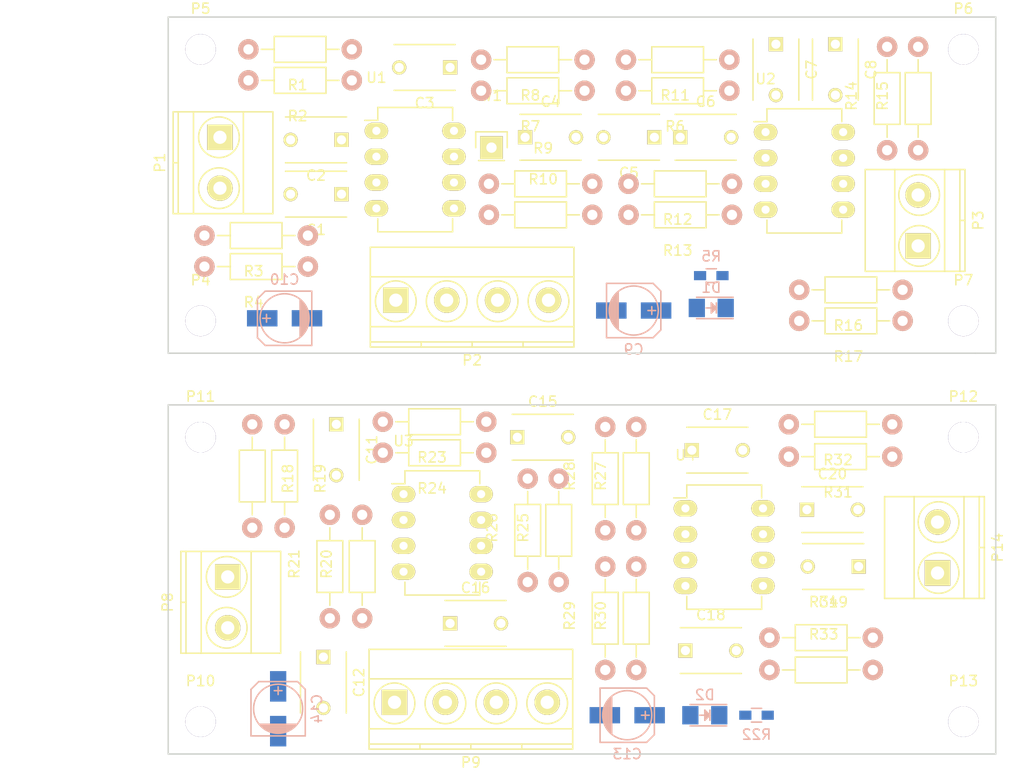
<source format=kicad_pcb>
(kicad_pcb (version 4) (host pcbnew 4.0.2-1.fc23-product)

  (general
    (links 130)
    (no_connects 130)
    (area 138.354999 88.189999 219.785001 160.730001)
    (thickness 1.6)
    (drawings 20)
    (tracks 0)
    (zones 0)
    (modules 75)
    (nets 32)
  )

  (page A4)
  (layers
    (0 F.Cu signal)
    (31 B.Cu signal)
    (32 B.Adhes user)
    (33 F.Adhes user)
    (34 B.Paste user)
    (35 F.Paste user)
    (36 B.SilkS user)
    (37 F.SilkS user)
    (38 B.Mask user)
    (39 F.Mask user)
    (40 Dwgs.User user)
    (41 Cmts.User user)
    (42 Eco1.User user)
    (43 Eco2.User user)
    (44 Edge.Cuts user)
    (45 Margin user)
    (46 B.CrtYd user)
    (47 F.CrtYd user)
    (48 B.Fab user)
    (49 F.Fab user)
  )

  (setup
    (last_trace_width 0.75)
    (trace_clearance 0.4)
    (zone_clearance 0.4)
    (zone_45_only no)
    (trace_min 0.2)
    (segment_width 0.2)
    (edge_width 0.15)
    (via_size 0.6)
    (via_drill 0.4)
    (via_min_size 0.4)
    (via_min_drill 0.3)
    (uvia_size 0.3)
    (uvia_drill 0.1)
    (uvias_allowed no)
    (uvia_min_size 0.2)
    (uvia_min_drill 0.1)
    (pcb_text_width 0.3)
    (pcb_text_size 1.5 1.5)
    (mod_edge_width 0.15)
    (mod_text_size 1 1)
    (mod_text_width 0.15)
    (pad_size 3.2 3.2)
    (pad_drill 3)
    (pad_to_mask_clearance 0.2)
    (aux_axis_origin 0 0)
    (visible_elements FFFFFF7F)
    (pcbplotparams
      (layerselection 0x00030_80000001)
      (usegerberextensions false)
      (excludeedgelayer true)
      (linewidth 0.100000)
      (plotframeref false)
      (viasonmask false)
      (mode 1)
      (useauxorigin false)
      (hpglpennumber 1)
      (hpglpenspeed 20)
      (hpglpendiameter 15)
      (hpglpenoverlay 2)
      (psnegative false)
      (psa4output false)
      (plotreference true)
      (plotvalue true)
      (plotinvisibletext false)
      (padsonsilk false)
      (subtractmaskfromsilk false)
      (outputformat 1)
      (mirror false)
      (drillshape 0)
      (scaleselection 1)
      (outputdirectory ""))
  )

  (net 0 "")
  (net 1 "Net-(C1-Pad1)")
  (net 2 "Net-(C1-Pad2)")
  (net 3 "Net-(C2-Pad2)")
  (net 4 "Net-(C3-Pad1)")
  (net 5 "Net-(C3-Pad2)")
  (net 6 "Net-(C4-Pad2)")
  (net 7 GND)
  (net 8 VCC)
  (net 9 "Net-(P3-Pad1)")
  (net 10 VEE)
  (net 11 "Net-(D1-Pad1)")
  (net 12 "Net-(C5-Pad1)")
  (net 13 "Net-(C5-Pad2)")
  (net 14 "Net-(C6-Pad2)")
  (net 15 "Net-(C7-Pad1)")
  (net 16 "Net-(C7-Pad2)")
  (net 17 "Net-(C8-Pad2)")
  (net 18 "Net-(C11-Pad1)")
  (net 19 "Net-(C11-Pad2)")
  (net 20 "Net-(C12-Pad1)")
  (net 21 "Net-(C15-Pad1)")
  (net 22 "Net-(C15-Pad2)")
  (net 23 "Net-(C16-Pad1)")
  (net 24 "Net-(C17-Pad1)")
  (net 25 "Net-(C17-Pad2)")
  (net 26 "Net-(C18-Pad1)")
  (net 27 "Net-(C19-Pad1)")
  (net 28 "Net-(C19-Pad2)")
  (net 29 "Net-(C20-Pad1)")
  (net 30 "Net-(D2-Pad1)")
  (net 31 "Net-(P8-Pad1)")

  (net_class Default "This is the default net class."
    (clearance 0.4)
    (trace_width 0.75)
    (via_dia 0.6)
    (via_drill 0.4)
    (uvia_dia 0.3)
    (uvia_drill 0.1)
    (add_net GND)
    (add_net "Net-(C1-Pad1)")
    (add_net "Net-(C1-Pad2)")
    (add_net "Net-(C11-Pad1)")
    (add_net "Net-(C11-Pad2)")
    (add_net "Net-(C12-Pad1)")
    (add_net "Net-(C15-Pad1)")
    (add_net "Net-(C15-Pad2)")
    (add_net "Net-(C16-Pad1)")
    (add_net "Net-(C17-Pad1)")
    (add_net "Net-(C17-Pad2)")
    (add_net "Net-(C18-Pad1)")
    (add_net "Net-(C19-Pad1)")
    (add_net "Net-(C19-Pad2)")
    (add_net "Net-(C2-Pad2)")
    (add_net "Net-(C20-Pad1)")
    (add_net "Net-(C3-Pad1)")
    (add_net "Net-(C3-Pad2)")
    (add_net "Net-(C4-Pad2)")
    (add_net "Net-(C5-Pad1)")
    (add_net "Net-(C5-Pad2)")
    (add_net "Net-(C6-Pad2)")
    (add_net "Net-(C7-Pad1)")
    (add_net "Net-(C7-Pad2)")
    (add_net "Net-(C8-Pad2)")
    (add_net "Net-(D1-Pad1)")
    (add_net "Net-(D2-Pad1)")
    (add_net "Net-(P3-Pad1)")
    (add_net "Net-(P8-Pad1)")
    (add_net VCC)
    (add_net VEE)
  )

  (module Resistors_ThroughHole:Resistor_Horizontal_RM10mm placed (layer F.Cu) (tedit 53F56209) (tstamp 57C23D99)
    (at 151.384 91.44 180)
    (descr "Resistor, Axial,  RM 10mm, 1/3W,")
    (tags "Resistor, Axial, RM 10mm, 1/3W,")
    (path /57C25DBD)
    (fp_text reference R1 (at 0.24892 -3.50012 180) (layer F.SilkS)
      (effects (font (size 1 1) (thickness 0.15)))
    )
    (fp_text value R (at 3.81 3.81 180) (layer F.Fab)
      (effects (font (size 1 1) (thickness 0.15)))
    )
    (fp_line (start -2.54 -1.27) (end 2.54 -1.27) (layer F.SilkS) (width 0.15))
    (fp_line (start 2.54 -1.27) (end 2.54 1.27) (layer F.SilkS) (width 0.15))
    (fp_line (start 2.54 1.27) (end -2.54 1.27) (layer F.SilkS) (width 0.15))
    (fp_line (start -2.54 1.27) (end -2.54 -1.27) (layer F.SilkS) (width 0.15))
    (fp_line (start -2.54 0) (end -3.81 0) (layer F.SilkS) (width 0.15))
    (fp_line (start 2.54 0) (end 3.81 0) (layer F.SilkS) (width 0.15))
    (pad 1 thru_hole circle (at -5.08 0 180) (size 1.99898 1.99898) (drill 1.00076) (layers *.Cu *.SilkS *.Mask)
      (net 5 "Net-(C3-Pad2)"))
    (pad 2 thru_hole circle (at 5.08 0 180) (size 1.99898 1.99898) (drill 1.00076) (layers *.Cu *.SilkS *.Mask)
      (net 1 "Net-(C1-Pad1)"))
    (model Resistors_ThroughHole.3dshapes/Resistor_Horizontal_RM10mm.wrl
      (at (xyz 0 0 0))
      (scale (xyz 0.4 0.4 0.4))
      (rotate (xyz 0 0 0))
    )
  )

  (module Resistors_ThroughHole:Resistor_Horizontal_RM10mm placed (layer F.Cu) (tedit 53F56209) (tstamp 57C23D9F)
    (at 151.384 94.488 180)
    (descr "Resistor, Axial,  RM 10mm, 1/3W,")
    (tags "Resistor, Axial, RM 10mm, 1/3W,")
    (path /57C25DC3)
    (fp_text reference R2 (at 0.24892 -3.50012 180) (layer F.SilkS)
      (effects (font (size 1 1) (thickness 0.15)))
    )
    (fp_text value R (at 3.81 3.81 180) (layer F.Fab)
      (effects (font (size 1 1) (thickness 0.15)))
    )
    (fp_line (start -2.54 -1.27) (end 2.54 -1.27) (layer F.SilkS) (width 0.15))
    (fp_line (start 2.54 -1.27) (end 2.54 1.27) (layer F.SilkS) (width 0.15))
    (fp_line (start 2.54 1.27) (end -2.54 1.27) (layer F.SilkS) (width 0.15))
    (fp_line (start -2.54 1.27) (end -2.54 -1.27) (layer F.SilkS) (width 0.15))
    (fp_line (start -2.54 0) (end -3.81 0) (layer F.SilkS) (width 0.15))
    (fp_line (start 2.54 0) (end 3.81 0) (layer F.SilkS) (width 0.15))
    (pad 1 thru_hole circle (at -5.08 0 180) (size 1.99898 1.99898) (drill 1.00076) (layers *.Cu *.SilkS *.Mask)
      (net 5 "Net-(C3-Pad2)"))
    (pad 2 thru_hole circle (at 5.08 0 180) (size 1.99898 1.99898) (drill 1.00076) (layers *.Cu *.SilkS *.Mask)
      (net 1 "Net-(C1-Pad1)"))
    (model Resistors_ThroughHole.3dshapes/Resistor_Horizontal_RM10mm.wrl
      (at (xyz 0 0 0))
      (scale (xyz 0.4 0.4 0.4))
      (rotate (xyz 0 0 0))
    )
  )

  (module Resistors_ThroughHole:Resistor_Horizontal_RM10mm placed (layer F.Cu) (tedit 53F56209) (tstamp 57C23DA5)
    (at 147.066 109.728 180)
    (descr "Resistor, Axial,  RM 10mm, 1/3W,")
    (tags "Resistor, Axial, RM 10mm, 1/3W,")
    (path /57C25DA5)
    (fp_text reference R3 (at 0.24892 -3.50012 180) (layer F.SilkS)
      (effects (font (size 1 1) (thickness 0.15)))
    )
    (fp_text value R (at 3.81 3.81 180) (layer F.Fab)
      (effects (font (size 1 1) (thickness 0.15)))
    )
    (fp_line (start -2.54 -1.27) (end 2.54 -1.27) (layer F.SilkS) (width 0.15))
    (fp_line (start 2.54 -1.27) (end 2.54 1.27) (layer F.SilkS) (width 0.15))
    (fp_line (start 2.54 1.27) (end -2.54 1.27) (layer F.SilkS) (width 0.15))
    (fp_line (start -2.54 1.27) (end -2.54 -1.27) (layer F.SilkS) (width 0.15))
    (fp_line (start -2.54 0) (end -3.81 0) (layer F.SilkS) (width 0.15))
    (fp_line (start 2.54 0) (end 3.81 0) (layer F.SilkS) (width 0.15))
    (pad 1 thru_hole circle (at -5.08 0 180) (size 1.99898 1.99898) (drill 1.00076) (layers *.Cu *.SilkS *.Mask)
      (net 3 "Net-(C2-Pad2)"))
    (pad 2 thru_hole circle (at 5.08 0 180) (size 1.99898 1.99898) (drill 1.00076) (layers *.Cu *.SilkS *.Mask)
      (net 7 GND))
    (model Resistors_ThroughHole.3dshapes/Resistor_Horizontal_RM10mm.wrl
      (at (xyz 0 0 0))
      (scale (xyz 0.4 0.4 0.4))
      (rotate (xyz 0 0 0))
    )
  )

  (module Resistors_ThroughHole:Resistor_Horizontal_RM10mm placed (layer F.Cu) (tedit 53F56209) (tstamp 57C23DAB)
    (at 147.066 112.776 180)
    (descr "Resistor, Axial,  RM 10mm, 1/3W,")
    (tags "Resistor, Axial, RM 10mm, 1/3W,")
    (path /57C25DAB)
    (fp_text reference R4 (at 0.24892 -3.50012 180) (layer F.SilkS)
      (effects (font (size 1 1) (thickness 0.15)))
    )
    (fp_text value R (at 3.81 3.81 180) (layer F.Fab)
      (effects (font (size 1 1) (thickness 0.15)))
    )
    (fp_line (start -2.54 -1.27) (end 2.54 -1.27) (layer F.SilkS) (width 0.15))
    (fp_line (start 2.54 -1.27) (end 2.54 1.27) (layer F.SilkS) (width 0.15))
    (fp_line (start 2.54 1.27) (end -2.54 1.27) (layer F.SilkS) (width 0.15))
    (fp_line (start -2.54 1.27) (end -2.54 -1.27) (layer F.SilkS) (width 0.15))
    (fp_line (start -2.54 0) (end -3.81 0) (layer F.SilkS) (width 0.15))
    (fp_line (start 2.54 0) (end 3.81 0) (layer F.SilkS) (width 0.15))
    (pad 1 thru_hole circle (at -5.08 0 180) (size 1.99898 1.99898) (drill 1.00076) (layers *.Cu *.SilkS *.Mask)
      (net 3 "Net-(C2-Pad2)"))
    (pad 2 thru_hole circle (at 5.08 0 180) (size 1.99898 1.99898) (drill 1.00076) (layers *.Cu *.SilkS *.Mask)
      (net 7 GND))
    (model Resistors_ThroughHole.3dshapes/Resistor_Horizontal_RM10mm.wrl
      (at (xyz 0 0 0))
      (scale (xyz 0.4 0.4 0.4))
      (rotate (xyz 0 0 0))
    )
  )

  (module Resistors_ThroughHole:Resistor_Horizontal_RM10mm placed (layer F.Cu) (tedit 53F56209) (tstamp 57C23DB7)
    (at 188.468 95.504 180)
    (descr "Resistor, Axial,  RM 10mm, 1/3W,")
    (tags "Resistor, Axial, RM 10mm, 1/3W,")
    (path /57C35711)
    (fp_text reference R6 (at 0.24892 -3.50012 180) (layer F.SilkS)
      (effects (font (size 1 1) (thickness 0.15)))
    )
    (fp_text value R (at 3.81 3.81 180) (layer F.Fab)
      (effects (font (size 1 1) (thickness 0.15)))
    )
    (fp_line (start -2.54 -1.27) (end 2.54 -1.27) (layer F.SilkS) (width 0.15))
    (fp_line (start 2.54 -1.27) (end 2.54 1.27) (layer F.SilkS) (width 0.15))
    (fp_line (start 2.54 1.27) (end -2.54 1.27) (layer F.SilkS) (width 0.15))
    (fp_line (start -2.54 1.27) (end -2.54 -1.27) (layer F.SilkS) (width 0.15))
    (fp_line (start -2.54 0) (end -3.81 0) (layer F.SilkS) (width 0.15))
    (fp_line (start 2.54 0) (end 3.81 0) (layer F.SilkS) (width 0.15))
    (pad 1 thru_hole circle (at -5.08 0 180) (size 1.99898 1.99898) (drill 1.00076) (layers *.Cu *.SilkS *.Mask)
      (net 16 "Net-(C7-Pad2)"))
    (pad 2 thru_hole circle (at 5.08 0 180) (size 1.99898 1.99898) (drill 1.00076) (layers *.Cu *.SilkS *.Mask)
      (net 12 "Net-(C5-Pad1)"))
    (model Resistors_ThroughHole.3dshapes/Resistor_Horizontal_RM10mm.wrl
      (at (xyz 0 0 0))
      (scale (xyz 0.4 0.4 0.4))
      (rotate (xyz 0 0 0))
    )
  )

  (module Resistors_ThroughHole:Resistor_Horizontal_RM10mm placed (layer F.Cu) (tedit 53F56209) (tstamp 57C23DBD)
    (at 174.244 95.504 180)
    (descr "Resistor, Axial,  RM 10mm, 1/3W,")
    (tags "Resistor, Axial, RM 10mm, 1/3W,")
    (path /57C25E1C)
    (fp_text reference R7 (at 0.24892 -3.50012 180) (layer F.SilkS)
      (effects (font (size 1 1) (thickness 0.15)))
    )
    (fp_text value R (at 3.81 3.81 180) (layer F.Fab)
      (effects (font (size 1 1) (thickness 0.15)))
    )
    (fp_line (start -2.54 -1.27) (end 2.54 -1.27) (layer F.SilkS) (width 0.15))
    (fp_line (start 2.54 -1.27) (end 2.54 1.27) (layer F.SilkS) (width 0.15))
    (fp_line (start 2.54 1.27) (end -2.54 1.27) (layer F.SilkS) (width 0.15))
    (fp_line (start -2.54 1.27) (end -2.54 -1.27) (layer F.SilkS) (width 0.15))
    (fp_line (start -2.54 0) (end -3.81 0) (layer F.SilkS) (width 0.15))
    (fp_line (start 2.54 0) (end 3.81 0) (layer F.SilkS) (width 0.15))
    (pad 1 thru_hole circle (at -5.08 0 180) (size 1.99898 1.99898) (drill 1.00076) (layers *.Cu *.SilkS *.Mask)
      (net 13 "Net-(C5-Pad2)"))
    (pad 2 thru_hole circle (at 5.08 0 180) (size 1.99898 1.99898) (drill 1.00076) (layers *.Cu *.SilkS *.Mask)
      (net 4 "Net-(C3-Pad1)"))
    (model Resistors_ThroughHole.3dshapes/Resistor_Horizontal_RM10mm.wrl
      (at (xyz 0 0 0))
      (scale (xyz 0.4 0.4 0.4))
      (rotate (xyz 0 0 0))
    )
  )

  (module Resistors_ThroughHole:Resistor_Horizontal_RM10mm placed (layer F.Cu) (tedit 53F56209) (tstamp 57C23DC3)
    (at 174.244 92.456 180)
    (descr "Resistor, Axial,  RM 10mm, 1/3W,")
    (tags "Resistor, Axial, RM 10mm, 1/3W,")
    (path /57C25E22)
    (fp_text reference R8 (at 0.24892 -3.50012 180) (layer F.SilkS)
      (effects (font (size 1 1) (thickness 0.15)))
    )
    (fp_text value R (at 3.81 3.81 180) (layer F.Fab)
      (effects (font (size 1 1) (thickness 0.15)))
    )
    (fp_line (start -2.54 -1.27) (end 2.54 -1.27) (layer F.SilkS) (width 0.15))
    (fp_line (start 2.54 -1.27) (end 2.54 1.27) (layer F.SilkS) (width 0.15))
    (fp_line (start 2.54 1.27) (end -2.54 1.27) (layer F.SilkS) (width 0.15))
    (fp_line (start -2.54 1.27) (end -2.54 -1.27) (layer F.SilkS) (width 0.15))
    (fp_line (start -2.54 0) (end -3.81 0) (layer F.SilkS) (width 0.15))
    (fp_line (start 2.54 0) (end 3.81 0) (layer F.SilkS) (width 0.15))
    (pad 1 thru_hole circle (at -5.08 0 180) (size 1.99898 1.99898) (drill 1.00076) (layers *.Cu *.SilkS *.Mask)
      (net 13 "Net-(C5-Pad2)"))
    (pad 2 thru_hole circle (at 5.08 0 180) (size 1.99898 1.99898) (drill 1.00076) (layers *.Cu *.SilkS *.Mask)
      (net 4 "Net-(C3-Pad1)"))
    (model Resistors_ThroughHole.3dshapes/Resistor_Horizontal_RM10mm.wrl
      (at (xyz 0 0 0))
      (scale (xyz 0.4 0.4 0.4))
      (rotate (xyz 0 0 0))
    )
  )

  (module Resistors_ThroughHole:Resistor_Horizontal_RM10mm placed (layer F.Cu) (tedit 53F56209) (tstamp 57C23DC9)
    (at 175.006 104.648)
    (descr "Resistor, Axial,  RM 10mm, 1/3W,")
    (tags "Resistor, Axial, RM 10mm, 1/3W,")
    (path /57C25E04)
    (fp_text reference R9 (at 0.24892 -3.50012) (layer F.SilkS)
      (effects (font (size 1 1) (thickness 0.15)))
    )
    (fp_text value R (at 3.81 3.81) (layer F.Fab)
      (effects (font (size 1 1) (thickness 0.15)))
    )
    (fp_line (start -2.54 -1.27) (end 2.54 -1.27) (layer F.SilkS) (width 0.15))
    (fp_line (start 2.54 -1.27) (end 2.54 1.27) (layer F.SilkS) (width 0.15))
    (fp_line (start 2.54 1.27) (end -2.54 1.27) (layer F.SilkS) (width 0.15))
    (fp_line (start -2.54 1.27) (end -2.54 -1.27) (layer F.SilkS) (width 0.15))
    (fp_line (start -2.54 0) (end -3.81 0) (layer F.SilkS) (width 0.15))
    (fp_line (start 2.54 0) (end 3.81 0) (layer F.SilkS) (width 0.15))
    (pad 1 thru_hole circle (at -5.08 0) (size 1.99898 1.99898) (drill 1.00076) (layers *.Cu *.SilkS *.Mask)
      (net 6 "Net-(C4-Pad2)"))
    (pad 2 thru_hole circle (at 5.08 0) (size 1.99898 1.99898) (drill 1.00076) (layers *.Cu *.SilkS *.Mask)
      (net 7 GND))
    (model Resistors_ThroughHole.3dshapes/Resistor_Horizontal_RM10mm.wrl
      (at (xyz 0 0 0))
      (scale (xyz 0.4 0.4 0.4))
      (rotate (xyz 0 0 0))
    )
  )

  (module Resistors_ThroughHole:Resistor_Horizontal_RM10mm placed (layer F.Cu) (tedit 53F56209) (tstamp 57C23DCF)
    (at 175.006 107.696)
    (descr "Resistor, Axial,  RM 10mm, 1/3W,")
    (tags "Resistor, Axial, RM 10mm, 1/3W,")
    (path /57C25E0A)
    (fp_text reference R10 (at 0.24892 -3.50012) (layer F.SilkS)
      (effects (font (size 1 1) (thickness 0.15)))
    )
    (fp_text value R (at 3.81 3.81) (layer F.Fab)
      (effects (font (size 1 1) (thickness 0.15)))
    )
    (fp_line (start -2.54 -1.27) (end 2.54 -1.27) (layer F.SilkS) (width 0.15))
    (fp_line (start 2.54 -1.27) (end 2.54 1.27) (layer F.SilkS) (width 0.15))
    (fp_line (start 2.54 1.27) (end -2.54 1.27) (layer F.SilkS) (width 0.15))
    (fp_line (start -2.54 1.27) (end -2.54 -1.27) (layer F.SilkS) (width 0.15))
    (fp_line (start -2.54 0) (end -3.81 0) (layer F.SilkS) (width 0.15))
    (fp_line (start 2.54 0) (end 3.81 0) (layer F.SilkS) (width 0.15))
    (pad 1 thru_hole circle (at -5.08 0) (size 1.99898 1.99898) (drill 1.00076) (layers *.Cu *.SilkS *.Mask)
      (net 6 "Net-(C4-Pad2)"))
    (pad 2 thru_hole circle (at 5.08 0) (size 1.99898 1.99898) (drill 1.00076) (layers *.Cu *.SilkS *.Mask)
      (net 7 GND))
    (model Resistors_ThroughHole.3dshapes/Resistor_Horizontal_RM10mm.wrl
      (at (xyz 0 0 0))
      (scale (xyz 0.4 0.4 0.4))
      (rotate (xyz 0 0 0))
    )
  )

  (module Housings_DIP:DIP-8_W7.62mm_LongPads placed (layer F.Cu) (tedit 54130A77) (tstamp 57C23DDB)
    (at 158.877 99.441)
    (descr "8-lead dip package, row spacing 7.62 mm (300 mils), longer pads")
    (tags "dil dip 2.54 300")
    (path /57C25D9F)
    (fp_text reference U1 (at 0 -5.22) (layer F.SilkS)
      (effects (font (size 1 1) (thickness 0.15)))
    )
    (fp_text value TL072 (at 0 -3.72) (layer F.Fab)
      (effects (font (size 1 1) (thickness 0.15)))
    )
    (fp_line (start -1.4 -2.45) (end -1.4 10.1) (layer F.CrtYd) (width 0.05))
    (fp_line (start 9 -2.45) (end 9 10.1) (layer F.CrtYd) (width 0.05))
    (fp_line (start -1.4 -2.45) (end 9 -2.45) (layer F.CrtYd) (width 0.05))
    (fp_line (start -1.4 10.1) (end 9 10.1) (layer F.CrtYd) (width 0.05))
    (fp_line (start 0.135 -2.295) (end 0.135 -1.025) (layer F.SilkS) (width 0.15))
    (fp_line (start 7.485 -2.295) (end 7.485 -1.025) (layer F.SilkS) (width 0.15))
    (fp_line (start 7.485 9.915) (end 7.485 8.645) (layer F.SilkS) (width 0.15))
    (fp_line (start 0.135 9.915) (end 0.135 8.645) (layer F.SilkS) (width 0.15))
    (fp_line (start 0.135 -2.295) (end 7.485 -2.295) (layer F.SilkS) (width 0.15))
    (fp_line (start 0.135 9.915) (end 7.485 9.915) (layer F.SilkS) (width 0.15))
    (fp_line (start 0.135 -1.025) (end -1.15 -1.025) (layer F.SilkS) (width 0.15))
    (pad 1 thru_hole oval (at 0 0) (size 2.3 1.6) (drill 0.8) (layers *.Cu *.Mask F.SilkS)
      (net 5 "Net-(C3-Pad2)"))
    (pad 2 thru_hole oval (at 0 2.54) (size 2.3 1.6) (drill 0.8) (layers *.Cu *.Mask F.SilkS)
      (net 5 "Net-(C3-Pad2)"))
    (pad 3 thru_hole oval (at 0 5.08) (size 2.3 1.6) (drill 0.8) (layers *.Cu *.Mask F.SilkS)
      (net 3 "Net-(C2-Pad2)"))
    (pad 4 thru_hole oval (at 0 7.62) (size 2.3 1.6) (drill 0.8) (layers *.Cu *.Mask F.SilkS)
      (net 10 VEE))
    (pad 5 thru_hole oval (at 7.62 7.62) (size 2.3 1.6) (drill 0.8) (layers *.Cu *.Mask F.SilkS)
      (net 6 "Net-(C4-Pad2)"))
    (pad 6 thru_hole oval (at 7.62 5.08) (size 2.3 1.6) (drill 0.8) (layers *.Cu *.Mask F.SilkS)
      (net 13 "Net-(C5-Pad2)"))
    (pad 7 thru_hole oval (at 7.62 2.54) (size 2.3 1.6) (drill 0.8) (layers *.Cu *.Mask F.SilkS)
      (net 13 "Net-(C5-Pad2)"))
    (pad 8 thru_hole oval (at 7.62 0) (size 2.3 1.6) (drill 0.8) (layers *.Cu *.Mask F.SilkS)
      (net 8 VCC))
    (model Housings_DIP.3dshapes/DIP-8_W7.62mm_LongPads.wrl
      (at (xyz 0 0 0))
      (scale (xyz 1 1 1))
      (rotate (xyz 0 0 0))
    )
  )

  (module Capacitors_ThroughHole:C_Disc_D6_P5 (layer F.Cu) (tedit 0) (tstamp 57C24519)
    (at 155.448 105.664 180)
    (descr "Capacitor 6mm Disc, Pitch 5mm")
    (tags Capacitor)
    (path /57C25DB1)
    (fp_text reference C1 (at 2.5 -3.5 180) (layer F.SilkS)
      (effects (font (size 1 1) (thickness 0.15)))
    )
    (fp_text value C_Small (at 2.5 3.5 180) (layer F.Fab)
      (effects (font (size 1 1) (thickness 0.15)))
    )
    (fp_line (start -0.95 -2.5) (end 5.95 -2.5) (layer F.CrtYd) (width 0.05))
    (fp_line (start 5.95 -2.5) (end 5.95 2.5) (layer F.CrtYd) (width 0.05))
    (fp_line (start 5.95 2.5) (end -0.95 2.5) (layer F.CrtYd) (width 0.05))
    (fp_line (start -0.95 2.5) (end -0.95 -2.5) (layer F.CrtYd) (width 0.05))
    (fp_line (start -0.5 -2.25) (end 5.5 -2.25) (layer F.SilkS) (width 0.15))
    (fp_line (start 5.5 2.25) (end -0.5 2.25) (layer F.SilkS) (width 0.15))
    (pad 1 thru_hole rect (at 0 0 180) (size 1.4 1.4) (drill 0.9) (layers *.Cu *.Mask F.SilkS)
      (net 1 "Net-(C1-Pad1)"))
    (pad 2 thru_hole circle (at 5 0 180) (size 1.4 1.4) (drill 0.9) (layers *.Cu *.Mask F.SilkS)
      (net 2 "Net-(C1-Pad2)"))
    (model Capacitors_ThroughHole.3dshapes/C_Disc_D6_P5.wrl
      (at (xyz 0.0984252 0 0))
      (scale (xyz 1 1 1))
      (rotate (xyz 0 0 0))
    )
  )

  (module Capacitors_ThroughHole:C_Disc_D6_P5 (layer F.Cu) (tedit 0) (tstamp 57C2451E)
    (at 155.448 100.33 180)
    (descr "Capacitor 6mm Disc, Pitch 5mm")
    (tags Capacitor)
    (path /57C25DB7)
    (fp_text reference C2 (at 2.5 -3.5 180) (layer F.SilkS)
      (effects (font (size 1 1) (thickness 0.15)))
    )
    (fp_text value C_Small (at 2.5 3.5 180) (layer F.Fab)
      (effects (font (size 1 1) (thickness 0.15)))
    )
    (fp_line (start -0.95 -2.5) (end 5.95 -2.5) (layer F.CrtYd) (width 0.05))
    (fp_line (start 5.95 -2.5) (end 5.95 2.5) (layer F.CrtYd) (width 0.05))
    (fp_line (start 5.95 2.5) (end -0.95 2.5) (layer F.CrtYd) (width 0.05))
    (fp_line (start -0.95 2.5) (end -0.95 -2.5) (layer F.CrtYd) (width 0.05))
    (fp_line (start -0.5 -2.25) (end 5.5 -2.25) (layer F.SilkS) (width 0.15))
    (fp_line (start 5.5 2.25) (end -0.5 2.25) (layer F.SilkS) (width 0.15))
    (pad 1 thru_hole rect (at 0 0 180) (size 1.4 1.4) (drill 0.9) (layers *.Cu *.Mask F.SilkS)
      (net 1 "Net-(C1-Pad1)"))
    (pad 2 thru_hole circle (at 5 0 180) (size 1.4 1.4) (drill 0.9) (layers *.Cu *.Mask F.SilkS)
      (net 3 "Net-(C2-Pad2)"))
    (model Capacitors_ThroughHole.3dshapes/C_Disc_D6_P5.wrl
      (at (xyz 0.0984252 0 0))
      (scale (xyz 1 1 1))
      (rotate (xyz 0 0 0))
    )
  )

  (module Capacitors_ThroughHole:C_Disc_D6_P5 (layer F.Cu) (tedit 0) (tstamp 57C24523)
    (at 166.116 93.218 180)
    (descr "Capacitor 6mm Disc, Pitch 5mm")
    (tags Capacitor)
    (path /57C25E10)
    (fp_text reference C3 (at 2.5 -3.5 180) (layer F.SilkS)
      (effects (font (size 1 1) (thickness 0.15)))
    )
    (fp_text value C_Small (at 2.5 3.5 180) (layer F.Fab)
      (effects (font (size 1 1) (thickness 0.15)))
    )
    (fp_line (start -0.95 -2.5) (end 5.95 -2.5) (layer F.CrtYd) (width 0.05))
    (fp_line (start 5.95 -2.5) (end 5.95 2.5) (layer F.CrtYd) (width 0.05))
    (fp_line (start 5.95 2.5) (end -0.95 2.5) (layer F.CrtYd) (width 0.05))
    (fp_line (start -0.95 2.5) (end -0.95 -2.5) (layer F.CrtYd) (width 0.05))
    (fp_line (start -0.5 -2.25) (end 5.5 -2.25) (layer F.SilkS) (width 0.15))
    (fp_line (start 5.5 2.25) (end -0.5 2.25) (layer F.SilkS) (width 0.15))
    (pad 1 thru_hole rect (at 0 0 180) (size 1.4 1.4) (drill 0.9) (layers *.Cu *.Mask F.SilkS)
      (net 4 "Net-(C3-Pad1)"))
    (pad 2 thru_hole circle (at 5 0 180) (size 1.4 1.4) (drill 0.9) (layers *.Cu *.Mask F.SilkS)
      (net 5 "Net-(C3-Pad2)"))
    (model Capacitors_ThroughHole.3dshapes/C_Disc_D6_P5.wrl
      (at (xyz 0.0984252 0 0))
      (scale (xyz 1 1 1))
      (rotate (xyz 0 0 0))
    )
  )

  (module Capacitors_ThroughHole:C_Disc_D6_P5 (layer F.Cu) (tedit 0) (tstamp 57C24528)
    (at 173.482 100.076)
    (descr "Capacitor 6mm Disc, Pitch 5mm")
    (tags Capacitor)
    (path /57C25E16)
    (fp_text reference C4 (at 2.5 -3.5) (layer F.SilkS)
      (effects (font (size 1 1) (thickness 0.15)))
    )
    (fp_text value C_Small (at 2.5 3.5) (layer F.Fab)
      (effects (font (size 1 1) (thickness 0.15)))
    )
    (fp_line (start -0.95 -2.5) (end 5.95 -2.5) (layer F.CrtYd) (width 0.05))
    (fp_line (start 5.95 -2.5) (end 5.95 2.5) (layer F.CrtYd) (width 0.05))
    (fp_line (start 5.95 2.5) (end -0.95 2.5) (layer F.CrtYd) (width 0.05))
    (fp_line (start -0.95 2.5) (end -0.95 -2.5) (layer F.CrtYd) (width 0.05))
    (fp_line (start -0.5 -2.25) (end 5.5 -2.25) (layer F.SilkS) (width 0.15))
    (fp_line (start 5.5 2.25) (end -0.5 2.25) (layer F.SilkS) (width 0.15))
    (pad 1 thru_hole rect (at 0 0) (size 1.4 1.4) (drill 0.9) (layers *.Cu *.Mask F.SilkS)
      (net 4 "Net-(C3-Pad1)"))
    (pad 2 thru_hole circle (at 5 0) (size 1.4 1.4) (drill 0.9) (layers *.Cu *.Mask F.SilkS)
      (net 6 "Net-(C4-Pad2)"))
    (model Capacitors_ThroughHole.3dshapes/C_Disc_D6_P5.wrl
      (at (xyz 0.0984252 0 0))
      (scale (xyz 1 1 1))
      (rotate (xyz 0 0 0))
    )
  )

  (module Capacitors_ThroughHole:C_Disc_D6_P5 (layer F.Cu) (tedit 0) (tstamp 57C34B03)
    (at 186.182 100.076 180)
    (descr "Capacitor 6mm Disc, Pitch 5mm")
    (tags Capacitor)
    (path /57C35705)
    (fp_text reference C5 (at 2.5 -3.5 180) (layer F.SilkS)
      (effects (font (size 1 1) (thickness 0.15)))
    )
    (fp_text value C_Small (at 2.5 3.5 180) (layer F.Fab)
      (effects (font (size 1 1) (thickness 0.15)))
    )
    (fp_line (start -0.95 -2.5) (end 5.95 -2.5) (layer F.CrtYd) (width 0.05))
    (fp_line (start 5.95 -2.5) (end 5.95 2.5) (layer F.CrtYd) (width 0.05))
    (fp_line (start 5.95 2.5) (end -0.95 2.5) (layer F.CrtYd) (width 0.05))
    (fp_line (start -0.95 2.5) (end -0.95 -2.5) (layer F.CrtYd) (width 0.05))
    (fp_line (start -0.5 -2.25) (end 5.5 -2.25) (layer F.SilkS) (width 0.15))
    (fp_line (start 5.5 2.25) (end -0.5 2.25) (layer F.SilkS) (width 0.15))
    (pad 1 thru_hole rect (at 0 0 180) (size 1.4 1.4) (drill 0.9) (layers *.Cu *.Mask F.SilkS)
      (net 12 "Net-(C5-Pad1)"))
    (pad 2 thru_hole circle (at 5 0 180) (size 1.4 1.4) (drill 0.9) (layers *.Cu *.Mask F.SilkS)
      (net 13 "Net-(C5-Pad2)"))
    (model Capacitors_ThroughHole.3dshapes/C_Disc_D6_P5.wrl
      (at (xyz 0.0984252 0 0))
      (scale (xyz 1 1 1))
      (rotate (xyz 0 0 0))
    )
  )

  (module Capacitors_ThroughHole:C_Disc_D6_P5 (layer F.Cu) (tedit 0) (tstamp 57C34B09)
    (at 188.722 100.076)
    (descr "Capacitor 6mm Disc, Pitch 5mm")
    (tags Capacitor)
    (path /57C3570B)
    (fp_text reference C6 (at 2.5 -3.5) (layer F.SilkS)
      (effects (font (size 1 1) (thickness 0.15)))
    )
    (fp_text value C_Small (at 2.5 3.5) (layer F.Fab)
      (effects (font (size 1 1) (thickness 0.15)))
    )
    (fp_line (start -0.95 -2.5) (end 5.95 -2.5) (layer F.CrtYd) (width 0.05))
    (fp_line (start 5.95 -2.5) (end 5.95 2.5) (layer F.CrtYd) (width 0.05))
    (fp_line (start 5.95 2.5) (end -0.95 2.5) (layer F.CrtYd) (width 0.05))
    (fp_line (start -0.95 2.5) (end -0.95 -2.5) (layer F.CrtYd) (width 0.05))
    (fp_line (start -0.5 -2.25) (end 5.5 -2.25) (layer F.SilkS) (width 0.15))
    (fp_line (start 5.5 2.25) (end -0.5 2.25) (layer F.SilkS) (width 0.15))
    (pad 1 thru_hole rect (at 0 0) (size 1.4 1.4) (drill 0.9) (layers *.Cu *.Mask F.SilkS)
      (net 12 "Net-(C5-Pad1)"))
    (pad 2 thru_hole circle (at 5 0) (size 1.4 1.4) (drill 0.9) (layers *.Cu *.Mask F.SilkS)
      (net 14 "Net-(C6-Pad2)"))
    (model Capacitors_ThroughHole.3dshapes/C_Disc_D6_P5.wrl
      (at (xyz 0.0984252 0 0))
      (scale (xyz 1 1 1))
      (rotate (xyz 0 0 0))
    )
  )

  (module Capacitors_ThroughHole:C_Disc_D6_P5 (layer F.Cu) (tedit 0) (tstamp 57C34B0F)
    (at 198.12 90.932 270)
    (descr "Capacitor 6mm Disc, Pitch 5mm")
    (tags Capacitor)
    (path /57C3575D)
    (fp_text reference C7 (at 2.5 -3.5 270) (layer F.SilkS)
      (effects (font (size 1 1) (thickness 0.15)))
    )
    (fp_text value C_Small (at 2.5 3.5 270) (layer F.Fab)
      (effects (font (size 1 1) (thickness 0.15)))
    )
    (fp_line (start -0.95 -2.5) (end 5.95 -2.5) (layer F.CrtYd) (width 0.05))
    (fp_line (start 5.95 -2.5) (end 5.95 2.5) (layer F.CrtYd) (width 0.05))
    (fp_line (start 5.95 2.5) (end -0.95 2.5) (layer F.CrtYd) (width 0.05))
    (fp_line (start -0.95 2.5) (end -0.95 -2.5) (layer F.CrtYd) (width 0.05))
    (fp_line (start -0.5 -2.25) (end 5.5 -2.25) (layer F.SilkS) (width 0.15))
    (fp_line (start 5.5 2.25) (end -0.5 2.25) (layer F.SilkS) (width 0.15))
    (pad 1 thru_hole rect (at 0 0 270) (size 1.4 1.4) (drill 0.9) (layers *.Cu *.Mask F.SilkS)
      (net 15 "Net-(C7-Pad1)"))
    (pad 2 thru_hole circle (at 5 0 270) (size 1.4 1.4) (drill 0.9) (layers *.Cu *.Mask F.SilkS)
      (net 16 "Net-(C7-Pad2)"))
    (model Capacitors_ThroughHole.3dshapes/C_Disc_D6_P5.wrl
      (at (xyz 0.0984252 0 0))
      (scale (xyz 1 1 1))
      (rotate (xyz 0 0 0))
    )
  )

  (module Capacitors_ThroughHole:C_Disc_D6_P5 (layer F.Cu) (tedit 0) (tstamp 57C34B15)
    (at 203.962 90.932 270)
    (descr "Capacitor 6mm Disc, Pitch 5mm")
    (tags Capacitor)
    (path /57C35763)
    (fp_text reference C8 (at 2.5 -3.5 270) (layer F.SilkS)
      (effects (font (size 1 1) (thickness 0.15)))
    )
    (fp_text value C_Small (at 2.5 3.5 270) (layer F.Fab)
      (effects (font (size 1 1) (thickness 0.15)))
    )
    (fp_line (start -0.95 -2.5) (end 5.95 -2.5) (layer F.CrtYd) (width 0.05))
    (fp_line (start 5.95 -2.5) (end 5.95 2.5) (layer F.CrtYd) (width 0.05))
    (fp_line (start 5.95 2.5) (end -0.95 2.5) (layer F.CrtYd) (width 0.05))
    (fp_line (start -0.95 2.5) (end -0.95 -2.5) (layer F.CrtYd) (width 0.05))
    (fp_line (start -0.5 -2.25) (end 5.5 -2.25) (layer F.SilkS) (width 0.15))
    (fp_line (start 5.5 2.25) (end -0.5 2.25) (layer F.SilkS) (width 0.15))
    (pad 1 thru_hole rect (at 0 0 270) (size 1.4 1.4) (drill 0.9) (layers *.Cu *.Mask F.SilkS)
      (net 15 "Net-(C7-Pad1)"))
    (pad 2 thru_hole circle (at 5 0 270) (size 1.4 1.4) (drill 0.9) (layers *.Cu *.Mask F.SilkS)
      (net 17 "Net-(C8-Pad2)"))
    (model Capacitors_ThroughHole.3dshapes/C_Disc_D6_P5.wrl
      (at (xyz 0.0984252 0 0))
      (scale (xyz 1 1 1))
      (rotate (xyz 0 0 0))
    )
  )

  (module Resistors_ThroughHole:Resistor_Horizontal_RM10mm (layer F.Cu) (tedit 53F56209) (tstamp 57C34B1B)
    (at 188.468 92.456 180)
    (descr "Resistor, Axial,  RM 10mm, 1/3W,")
    (tags "Resistor, Axial, RM 10mm, 1/3W,")
    (path /57C35717)
    (fp_text reference R11 (at 0.24892 -3.50012 180) (layer F.SilkS)
      (effects (font (size 1 1) (thickness 0.15)))
    )
    (fp_text value R (at 3.81 3.81 180) (layer F.Fab)
      (effects (font (size 1 1) (thickness 0.15)))
    )
    (fp_line (start -2.54 -1.27) (end 2.54 -1.27) (layer F.SilkS) (width 0.15))
    (fp_line (start 2.54 -1.27) (end 2.54 1.27) (layer F.SilkS) (width 0.15))
    (fp_line (start 2.54 1.27) (end -2.54 1.27) (layer F.SilkS) (width 0.15))
    (fp_line (start -2.54 1.27) (end -2.54 -1.27) (layer F.SilkS) (width 0.15))
    (fp_line (start -2.54 0) (end -3.81 0) (layer F.SilkS) (width 0.15))
    (fp_line (start 2.54 0) (end 3.81 0) (layer F.SilkS) (width 0.15))
    (pad 1 thru_hole circle (at -5.08 0 180) (size 1.99898 1.99898) (drill 1.00076) (layers *.Cu *.SilkS *.Mask)
      (net 16 "Net-(C7-Pad2)"))
    (pad 2 thru_hole circle (at 5.08 0 180) (size 1.99898 1.99898) (drill 1.00076) (layers *.Cu *.SilkS *.Mask)
      (net 12 "Net-(C5-Pad1)"))
    (model Resistors_ThroughHole.3dshapes/Resistor_Horizontal_RM10mm.wrl
      (at (xyz 0 0 0))
      (scale (xyz 0.4 0.4 0.4))
      (rotate (xyz 0 0 0))
    )
  )

  (module Resistors_ThroughHole:Resistor_Horizontal_RM10mm (layer F.Cu) (tedit 53F56209) (tstamp 57C34B21)
    (at 188.722 104.648 180)
    (descr "Resistor, Axial,  RM 10mm, 1/3W,")
    (tags "Resistor, Axial, RM 10mm, 1/3W,")
    (path /57C356F9)
    (fp_text reference R12 (at 0.24892 -3.50012 180) (layer F.SilkS)
      (effects (font (size 1 1) (thickness 0.15)))
    )
    (fp_text value R (at 3.81 3.81 180) (layer F.Fab)
      (effects (font (size 1 1) (thickness 0.15)))
    )
    (fp_line (start -2.54 -1.27) (end 2.54 -1.27) (layer F.SilkS) (width 0.15))
    (fp_line (start 2.54 -1.27) (end 2.54 1.27) (layer F.SilkS) (width 0.15))
    (fp_line (start 2.54 1.27) (end -2.54 1.27) (layer F.SilkS) (width 0.15))
    (fp_line (start -2.54 1.27) (end -2.54 -1.27) (layer F.SilkS) (width 0.15))
    (fp_line (start -2.54 0) (end -3.81 0) (layer F.SilkS) (width 0.15))
    (fp_line (start 2.54 0) (end 3.81 0) (layer F.SilkS) (width 0.15))
    (pad 1 thru_hole circle (at -5.08 0 180) (size 1.99898 1.99898) (drill 1.00076) (layers *.Cu *.SilkS *.Mask)
      (net 14 "Net-(C6-Pad2)"))
    (pad 2 thru_hole circle (at 5.08 0 180) (size 1.99898 1.99898) (drill 1.00076) (layers *.Cu *.SilkS *.Mask)
      (net 7 GND))
    (model Resistors_ThroughHole.3dshapes/Resistor_Horizontal_RM10mm.wrl
      (at (xyz 0 0 0))
      (scale (xyz 0.4 0.4 0.4))
      (rotate (xyz 0 0 0))
    )
  )

  (module Resistors_ThroughHole:Resistor_Horizontal_RM10mm (layer F.Cu) (tedit 53F56209) (tstamp 57C34B27)
    (at 188.722 107.696 180)
    (descr "Resistor, Axial,  RM 10mm, 1/3W,")
    (tags "Resistor, Axial, RM 10mm, 1/3W,")
    (path /57C356FF)
    (fp_text reference R13 (at 0.24892 -3.50012 180) (layer F.SilkS)
      (effects (font (size 1 1) (thickness 0.15)))
    )
    (fp_text value R (at 3.81 3.81 180) (layer F.Fab)
      (effects (font (size 1 1) (thickness 0.15)))
    )
    (fp_line (start -2.54 -1.27) (end 2.54 -1.27) (layer F.SilkS) (width 0.15))
    (fp_line (start 2.54 -1.27) (end 2.54 1.27) (layer F.SilkS) (width 0.15))
    (fp_line (start 2.54 1.27) (end -2.54 1.27) (layer F.SilkS) (width 0.15))
    (fp_line (start -2.54 1.27) (end -2.54 -1.27) (layer F.SilkS) (width 0.15))
    (fp_line (start -2.54 0) (end -3.81 0) (layer F.SilkS) (width 0.15))
    (fp_line (start 2.54 0) (end 3.81 0) (layer F.SilkS) (width 0.15))
    (pad 1 thru_hole circle (at -5.08 0 180) (size 1.99898 1.99898) (drill 1.00076) (layers *.Cu *.SilkS *.Mask)
      (net 14 "Net-(C6-Pad2)"))
    (pad 2 thru_hole circle (at 5.08 0 180) (size 1.99898 1.99898) (drill 1.00076) (layers *.Cu *.SilkS *.Mask)
      (net 7 GND))
    (model Resistors_ThroughHole.3dshapes/Resistor_Horizontal_RM10mm.wrl
      (at (xyz 0 0 0))
      (scale (xyz 0.4 0.4 0.4))
      (rotate (xyz 0 0 0))
    )
  )

  (module Resistors_ThroughHole:Resistor_Horizontal_RM10mm (layer F.Cu) (tedit 53F56209) (tstamp 57C34B2D)
    (at 209.042 96.266 90)
    (descr "Resistor, Axial,  RM 10mm, 1/3W,")
    (tags "Resistor, Axial, RM 10mm, 1/3W,")
    (path /57C35769)
    (fp_text reference R14 (at 0.24892 -3.50012 90) (layer F.SilkS)
      (effects (font (size 1 1) (thickness 0.15)))
    )
    (fp_text value R (at 3.81 3.81 90) (layer F.Fab)
      (effects (font (size 1 1) (thickness 0.15)))
    )
    (fp_line (start -2.54 -1.27) (end 2.54 -1.27) (layer F.SilkS) (width 0.15))
    (fp_line (start 2.54 -1.27) (end 2.54 1.27) (layer F.SilkS) (width 0.15))
    (fp_line (start 2.54 1.27) (end -2.54 1.27) (layer F.SilkS) (width 0.15))
    (fp_line (start -2.54 1.27) (end -2.54 -1.27) (layer F.SilkS) (width 0.15))
    (fp_line (start -2.54 0) (end -3.81 0) (layer F.SilkS) (width 0.15))
    (fp_line (start 2.54 0) (end 3.81 0) (layer F.SilkS) (width 0.15))
    (pad 1 thru_hole circle (at -5.08 0 90) (size 1.99898 1.99898) (drill 1.00076) (layers *.Cu *.SilkS *.Mask)
      (net 9 "Net-(P3-Pad1)"))
    (pad 2 thru_hole circle (at 5.08 0 90) (size 1.99898 1.99898) (drill 1.00076) (layers *.Cu *.SilkS *.Mask)
      (net 15 "Net-(C7-Pad1)"))
    (model Resistors_ThroughHole.3dshapes/Resistor_Horizontal_RM10mm.wrl
      (at (xyz 0 0 0))
      (scale (xyz 0.4 0.4 0.4))
      (rotate (xyz 0 0 0))
    )
  )

  (module Resistors_ThroughHole:Resistor_Horizontal_RM10mm (layer F.Cu) (tedit 53F56209) (tstamp 57C34B33)
    (at 212.09 96.266 90)
    (descr "Resistor, Axial,  RM 10mm, 1/3W,")
    (tags "Resistor, Axial, RM 10mm, 1/3W,")
    (path /57C3576F)
    (fp_text reference R15 (at 0.24892 -3.50012 90) (layer F.SilkS)
      (effects (font (size 1 1) (thickness 0.15)))
    )
    (fp_text value R (at 3.81 3.81 90) (layer F.Fab)
      (effects (font (size 1 1) (thickness 0.15)))
    )
    (fp_line (start -2.54 -1.27) (end 2.54 -1.27) (layer F.SilkS) (width 0.15))
    (fp_line (start 2.54 -1.27) (end 2.54 1.27) (layer F.SilkS) (width 0.15))
    (fp_line (start 2.54 1.27) (end -2.54 1.27) (layer F.SilkS) (width 0.15))
    (fp_line (start -2.54 1.27) (end -2.54 -1.27) (layer F.SilkS) (width 0.15))
    (fp_line (start -2.54 0) (end -3.81 0) (layer F.SilkS) (width 0.15))
    (fp_line (start 2.54 0) (end 3.81 0) (layer F.SilkS) (width 0.15))
    (pad 1 thru_hole circle (at -5.08 0 90) (size 1.99898 1.99898) (drill 1.00076) (layers *.Cu *.SilkS *.Mask)
      (net 9 "Net-(P3-Pad1)"))
    (pad 2 thru_hole circle (at 5.08 0 90) (size 1.99898 1.99898) (drill 1.00076) (layers *.Cu *.SilkS *.Mask)
      (net 15 "Net-(C7-Pad1)"))
    (model Resistors_ThroughHole.3dshapes/Resistor_Horizontal_RM10mm.wrl
      (at (xyz 0 0 0))
      (scale (xyz 0.4 0.4 0.4))
      (rotate (xyz 0 0 0))
    )
  )

  (module Resistors_ThroughHole:Resistor_Horizontal_RM10mm (layer F.Cu) (tedit 53F56209) (tstamp 57C34B39)
    (at 205.486 115.062 180)
    (descr "Resistor, Axial,  RM 10mm, 1/3W,")
    (tags "Resistor, Axial, RM 10mm, 1/3W,")
    (path /57C35751)
    (fp_text reference R16 (at 0.24892 -3.50012 180) (layer F.SilkS)
      (effects (font (size 1 1) (thickness 0.15)))
    )
    (fp_text value R (at 3.81 3.81 180) (layer F.Fab)
      (effects (font (size 1 1) (thickness 0.15)))
    )
    (fp_line (start -2.54 -1.27) (end 2.54 -1.27) (layer F.SilkS) (width 0.15))
    (fp_line (start 2.54 -1.27) (end 2.54 1.27) (layer F.SilkS) (width 0.15))
    (fp_line (start 2.54 1.27) (end -2.54 1.27) (layer F.SilkS) (width 0.15))
    (fp_line (start -2.54 1.27) (end -2.54 -1.27) (layer F.SilkS) (width 0.15))
    (fp_line (start -2.54 0) (end -3.81 0) (layer F.SilkS) (width 0.15))
    (fp_line (start 2.54 0) (end 3.81 0) (layer F.SilkS) (width 0.15))
    (pad 1 thru_hole circle (at -5.08 0 180) (size 1.99898 1.99898) (drill 1.00076) (layers *.Cu *.SilkS *.Mask)
      (net 17 "Net-(C8-Pad2)"))
    (pad 2 thru_hole circle (at 5.08 0 180) (size 1.99898 1.99898) (drill 1.00076) (layers *.Cu *.SilkS *.Mask)
      (net 7 GND))
    (model Resistors_ThroughHole.3dshapes/Resistor_Horizontal_RM10mm.wrl
      (at (xyz 0 0 0))
      (scale (xyz 0.4 0.4 0.4))
      (rotate (xyz 0 0 0))
    )
  )

  (module Resistors_ThroughHole:Resistor_Horizontal_RM10mm (layer F.Cu) (tedit 53F56209) (tstamp 57C34B3F)
    (at 205.486 118.11 180)
    (descr "Resistor, Axial,  RM 10mm, 1/3W,")
    (tags "Resistor, Axial, RM 10mm, 1/3W,")
    (path /57C35757)
    (fp_text reference R17 (at 0.24892 -3.50012 180) (layer F.SilkS)
      (effects (font (size 1 1) (thickness 0.15)))
    )
    (fp_text value R (at 3.81 3.81 180) (layer F.Fab)
      (effects (font (size 1 1) (thickness 0.15)))
    )
    (fp_line (start -2.54 -1.27) (end 2.54 -1.27) (layer F.SilkS) (width 0.15))
    (fp_line (start 2.54 -1.27) (end 2.54 1.27) (layer F.SilkS) (width 0.15))
    (fp_line (start 2.54 1.27) (end -2.54 1.27) (layer F.SilkS) (width 0.15))
    (fp_line (start -2.54 1.27) (end -2.54 -1.27) (layer F.SilkS) (width 0.15))
    (fp_line (start -2.54 0) (end -3.81 0) (layer F.SilkS) (width 0.15))
    (fp_line (start 2.54 0) (end 3.81 0) (layer F.SilkS) (width 0.15))
    (pad 1 thru_hole circle (at -5.08 0 180) (size 1.99898 1.99898) (drill 1.00076) (layers *.Cu *.SilkS *.Mask)
      (net 17 "Net-(C8-Pad2)"))
    (pad 2 thru_hole circle (at 5.08 0 180) (size 1.99898 1.99898) (drill 1.00076) (layers *.Cu *.SilkS *.Mask)
      (net 7 GND))
    (model Resistors_ThroughHole.3dshapes/Resistor_Horizontal_RM10mm.wrl
      (at (xyz 0 0 0))
      (scale (xyz 0.4 0.4 0.4))
      (rotate (xyz 0 0 0))
    )
  )

  (module Housings_DIP:DIP-8_W7.62mm_LongPads (layer F.Cu) (tedit 54130A77) (tstamp 57C34B4B)
    (at 197.104 99.568)
    (descr "8-lead dip package, row spacing 7.62 mm (300 mils), longer pads")
    (tags "dil dip 2.54 300")
    (path /57C356F3)
    (fp_text reference U2 (at 0 -5.22) (layer F.SilkS)
      (effects (font (size 1 1) (thickness 0.15)))
    )
    (fp_text value TL072 (at 0 -3.72) (layer F.Fab)
      (effects (font (size 1 1) (thickness 0.15)))
    )
    (fp_line (start -1.4 -2.45) (end -1.4 10.1) (layer F.CrtYd) (width 0.05))
    (fp_line (start 9 -2.45) (end 9 10.1) (layer F.CrtYd) (width 0.05))
    (fp_line (start -1.4 -2.45) (end 9 -2.45) (layer F.CrtYd) (width 0.05))
    (fp_line (start -1.4 10.1) (end 9 10.1) (layer F.CrtYd) (width 0.05))
    (fp_line (start 0.135 -2.295) (end 0.135 -1.025) (layer F.SilkS) (width 0.15))
    (fp_line (start 7.485 -2.295) (end 7.485 -1.025) (layer F.SilkS) (width 0.15))
    (fp_line (start 7.485 9.915) (end 7.485 8.645) (layer F.SilkS) (width 0.15))
    (fp_line (start 0.135 9.915) (end 0.135 8.645) (layer F.SilkS) (width 0.15))
    (fp_line (start 0.135 -2.295) (end 7.485 -2.295) (layer F.SilkS) (width 0.15))
    (fp_line (start 0.135 9.915) (end 7.485 9.915) (layer F.SilkS) (width 0.15))
    (fp_line (start 0.135 -1.025) (end -1.15 -1.025) (layer F.SilkS) (width 0.15))
    (pad 1 thru_hole oval (at 0 0) (size 2.3 1.6) (drill 0.8) (layers *.Cu *.Mask F.SilkS)
      (net 16 "Net-(C7-Pad2)"))
    (pad 2 thru_hole oval (at 0 2.54) (size 2.3 1.6) (drill 0.8) (layers *.Cu *.Mask F.SilkS)
      (net 16 "Net-(C7-Pad2)"))
    (pad 3 thru_hole oval (at 0 5.08) (size 2.3 1.6) (drill 0.8) (layers *.Cu *.Mask F.SilkS)
      (net 14 "Net-(C6-Pad2)"))
    (pad 4 thru_hole oval (at 0 7.62) (size 2.3 1.6) (drill 0.8) (layers *.Cu *.Mask F.SilkS)
      (net 10 VEE))
    (pad 5 thru_hole oval (at 7.62 7.62) (size 2.3 1.6) (drill 0.8) (layers *.Cu *.Mask F.SilkS)
      (net 17 "Net-(C8-Pad2)"))
    (pad 6 thru_hole oval (at 7.62 5.08) (size 2.3 1.6) (drill 0.8) (layers *.Cu *.Mask F.SilkS)
      (net 9 "Net-(P3-Pad1)"))
    (pad 7 thru_hole oval (at 7.62 2.54) (size 2.3 1.6) (drill 0.8) (layers *.Cu *.Mask F.SilkS)
      (net 9 "Net-(P3-Pad1)"))
    (pad 8 thru_hole oval (at 7.62 0) (size 2.3 1.6) (drill 0.8) (layers *.Cu *.Mask F.SilkS)
      (net 8 VCC))
    (model Housings_DIP.3dshapes/DIP-8_W7.62mm_LongPads.wrl
      (at (xyz 0 0 0))
      (scale (xyz 1 1 1))
      (rotate (xyz 0 0 0))
    )
  )

  (module Capacitors_SMD:c_elec_5x4.5 (layer B.Cu) (tedit 556FE015) (tstamp 57C35166)
    (at 184.15 117.094)
    (descr "SMT capacitor, aluminium electrolytic, 5x4.5")
    (path /57C370D4)
    (attr smd)
    (fp_text reference C9 (at 0 3.81) (layer B.SilkS)
      (effects (font (size 1 1) (thickness 0.15)) (justify mirror))
    )
    (fp_text value CP (at 0 -3.81) (layer B.Fab)
      (effects (font (size 1 1) (thickness 0.15)) (justify mirror))
    )
    (fp_line (start -3.95 3) (end 3.95 3) (layer B.CrtYd) (width 0.05))
    (fp_line (start 3.95 3) (end 3.95 -3) (layer B.CrtYd) (width 0.05))
    (fp_line (start 3.95 -3) (end -3.95 -3) (layer B.CrtYd) (width 0.05))
    (fp_line (start -3.95 -3) (end -3.95 3) (layer B.CrtYd) (width 0.05))
    (fp_line (start -2.286 0.635) (end -2.286 -0.762) (layer B.SilkS) (width 0.15))
    (fp_line (start -2.159 0.889) (end -2.159 -0.889) (layer B.SilkS) (width 0.15))
    (fp_line (start -2.032 1.27) (end -2.032 -1.27) (layer B.SilkS) (width 0.15))
    (fp_line (start -1.905 -1.397) (end -1.905 1.397) (layer B.SilkS) (width 0.15))
    (fp_line (start -1.778 1.524) (end -1.778 -1.524) (layer B.SilkS) (width 0.15))
    (fp_line (start -1.651 -1.651) (end -1.651 1.651) (layer B.SilkS) (width 0.15))
    (fp_line (start -1.524 1.778) (end -1.524 -1.778) (layer B.SilkS) (width 0.15))
    (fp_line (start -2.667 2.667) (end 1.905 2.667) (layer B.SilkS) (width 0.15))
    (fp_line (start 1.905 2.667) (end 2.667 1.905) (layer B.SilkS) (width 0.15))
    (fp_line (start 2.667 1.905) (end 2.667 -1.905) (layer B.SilkS) (width 0.15))
    (fp_line (start 2.667 -1.905) (end 1.905 -2.667) (layer B.SilkS) (width 0.15))
    (fp_line (start 1.905 -2.667) (end -2.667 -2.667) (layer B.SilkS) (width 0.15))
    (fp_line (start -2.667 -2.667) (end -2.667 2.667) (layer B.SilkS) (width 0.15))
    (fp_line (start 2.159 0) (end 1.397 0) (layer B.SilkS) (width 0.15))
    (fp_line (start 1.778 0.381) (end 1.778 -0.381) (layer B.SilkS) (width 0.15))
    (fp_circle (center 0 0) (end -2.413 0) (layer B.SilkS) (width 0.15))
    (pad 1 smd rect (at 2.19964 0) (size 2.99974 1.6002) (layers B.Cu B.Paste B.Mask)
      (net 8 VCC))
    (pad 2 smd rect (at -2.19964 0) (size 2.99974 1.6002) (layers B.Cu B.Paste B.Mask)
      (net 7 GND))
    (model Capacitors_SMD.3dshapes/c_elec_5x4.5.wrl
      (at (xyz 0 0 0))
      (scale (xyz 1 1 1))
      (rotate (xyz 0 0 0))
    )
  )

  (module Capacitors_SMD:c_elec_5x4.5 (layer B.Cu) (tedit 556FE015) (tstamp 57C3516C)
    (at 149.86 117.856 180)
    (descr "SMT capacitor, aluminium electrolytic, 5x4.5")
    (path /57C370E6)
    (attr smd)
    (fp_text reference C10 (at 0 3.81 180) (layer B.SilkS)
      (effects (font (size 1 1) (thickness 0.15)) (justify mirror))
    )
    (fp_text value CP (at 0 -3.81 180) (layer B.Fab)
      (effects (font (size 1 1) (thickness 0.15)) (justify mirror))
    )
    (fp_line (start -3.95 3) (end 3.95 3) (layer B.CrtYd) (width 0.05))
    (fp_line (start 3.95 3) (end 3.95 -3) (layer B.CrtYd) (width 0.05))
    (fp_line (start 3.95 -3) (end -3.95 -3) (layer B.CrtYd) (width 0.05))
    (fp_line (start -3.95 -3) (end -3.95 3) (layer B.CrtYd) (width 0.05))
    (fp_line (start -2.286 0.635) (end -2.286 -0.762) (layer B.SilkS) (width 0.15))
    (fp_line (start -2.159 0.889) (end -2.159 -0.889) (layer B.SilkS) (width 0.15))
    (fp_line (start -2.032 1.27) (end -2.032 -1.27) (layer B.SilkS) (width 0.15))
    (fp_line (start -1.905 -1.397) (end -1.905 1.397) (layer B.SilkS) (width 0.15))
    (fp_line (start -1.778 1.524) (end -1.778 -1.524) (layer B.SilkS) (width 0.15))
    (fp_line (start -1.651 -1.651) (end -1.651 1.651) (layer B.SilkS) (width 0.15))
    (fp_line (start -1.524 1.778) (end -1.524 -1.778) (layer B.SilkS) (width 0.15))
    (fp_line (start -2.667 2.667) (end 1.905 2.667) (layer B.SilkS) (width 0.15))
    (fp_line (start 1.905 2.667) (end 2.667 1.905) (layer B.SilkS) (width 0.15))
    (fp_line (start 2.667 1.905) (end 2.667 -1.905) (layer B.SilkS) (width 0.15))
    (fp_line (start 2.667 -1.905) (end 1.905 -2.667) (layer B.SilkS) (width 0.15))
    (fp_line (start 1.905 -2.667) (end -2.667 -2.667) (layer B.SilkS) (width 0.15))
    (fp_line (start -2.667 -2.667) (end -2.667 2.667) (layer B.SilkS) (width 0.15))
    (fp_line (start 2.159 0) (end 1.397 0) (layer B.SilkS) (width 0.15))
    (fp_line (start 1.778 0.381) (end 1.778 -0.381) (layer B.SilkS) (width 0.15))
    (fp_circle (center 0 0) (end -2.413 0) (layer B.SilkS) (width 0.15))
    (pad 1 smd rect (at 2.19964 0 180) (size 2.99974 1.6002) (layers B.Cu B.Paste B.Mask)
      (net 7 GND))
    (pad 2 smd rect (at -2.19964 0 180) (size 2.99974 1.6002) (layers B.Cu B.Paste B.Mask)
      (net 10 VEE))
    (model Capacitors_SMD.3dshapes/c_elec_5x4.5.wrl
      (at (xyz 0 0 0))
      (scale (xyz 1 1 1))
      (rotate (xyz 0 0 0))
    )
  )

  (module Pin_Headers:Pin_Header_Straight_1x01 (layer F.Cu) (tedit 54EA08DC) (tstamp 57C3517D)
    (at 170.18 101.092)
    (descr "Through hole pin header")
    (tags "pin header")
    (path /57C37349)
    (fp_text reference W1 (at 0 -5.1) (layer F.SilkS)
      (effects (font (size 1 1) (thickness 0.15)))
    )
    (fp_text value TEST_1P (at 0 -3.1) (layer F.Fab)
      (effects (font (size 1 1) (thickness 0.15)))
    )
    (fp_line (start 1.55 -1.55) (end 1.55 0) (layer F.SilkS) (width 0.15))
    (fp_line (start -1.75 -1.75) (end -1.75 1.75) (layer F.CrtYd) (width 0.05))
    (fp_line (start 1.75 -1.75) (end 1.75 1.75) (layer F.CrtYd) (width 0.05))
    (fp_line (start -1.75 -1.75) (end 1.75 -1.75) (layer F.CrtYd) (width 0.05))
    (fp_line (start -1.75 1.75) (end 1.75 1.75) (layer F.CrtYd) (width 0.05))
    (fp_line (start -1.55 0) (end -1.55 -1.55) (layer F.SilkS) (width 0.15))
    (fp_line (start -1.55 -1.55) (end 1.55 -1.55) (layer F.SilkS) (width 0.15))
    (fp_line (start -1.27 1.27) (end 1.27 1.27) (layer F.SilkS) (width 0.15))
    (pad 1 thru_hole rect (at 0 0) (size 2.2352 2.2352) (drill 1.016) (layers *.Cu *.Mask F.SilkS)
      (net 13 "Net-(C5-Pad2)"))
    (model Pin_Headers.3dshapes/Pin_Header_Straight_1x01.wrl
      (at (xyz 0 0 0))
      (scale (xyz 1 1 1))
      (rotate (xyz 0 0 90))
    )
  )

  (module Terminal_Blocks:TerminalBlock_Pheonix_MKDS1.5-2pol (layer F.Cu) (tedit 563007E4) (tstamp 57C38035)
    (at 143.51 100.076 270)
    (descr "2-way 5mm pitch terminal block, Phoenix MKDS series")
    (path /57C26FDE)
    (fp_text reference P1 (at 2.5 5.9 270) (layer F.SilkS)
      (effects (font (size 1 1) (thickness 0.15)))
    )
    (fp_text value CONN_01X02 (at 2.5 -6.6 270) (layer F.Fab)
      (effects (font (size 1 1) (thickness 0.15)))
    )
    (fp_line (start -2.7 -5.4) (end 7.7 -5.4) (layer F.CrtYd) (width 0.05))
    (fp_line (start -2.7 4.8) (end -2.7 -5.4) (layer F.CrtYd) (width 0.05))
    (fp_line (start 7.7 4.8) (end -2.7 4.8) (layer F.CrtYd) (width 0.05))
    (fp_line (start 7.7 -5.4) (end 7.7 4.8) (layer F.CrtYd) (width 0.05))
    (fp_line (start 2.5 4.1) (end 2.5 4.6) (layer F.SilkS) (width 0.15))
    (fp_circle (center 5 0.1) (end 3 0.1) (layer F.SilkS) (width 0.15))
    (fp_circle (center 0 0.1) (end 2 0.1) (layer F.SilkS) (width 0.15))
    (fp_line (start -2.5 2.6) (end 7.5 2.6) (layer F.SilkS) (width 0.15))
    (fp_line (start -2.5 -2.3) (end 7.5 -2.3) (layer F.SilkS) (width 0.15))
    (fp_line (start -2.5 4.1) (end 7.5 4.1) (layer F.SilkS) (width 0.15))
    (fp_line (start -2.5 4.6) (end 7.5 4.6) (layer F.SilkS) (width 0.15))
    (fp_line (start 7.5 4.6) (end 7.5 -5.2) (layer F.SilkS) (width 0.15))
    (fp_line (start 7.5 -5.2) (end -2.5 -5.2) (layer F.SilkS) (width 0.15))
    (fp_line (start -2.5 -5.2) (end -2.5 4.6) (layer F.SilkS) (width 0.15))
    (pad 1 thru_hole rect (at 0 0 270) (size 2.5 2.5) (drill 1.3) (layers *.Cu *.Mask F.SilkS)
      (net 2 "Net-(C1-Pad2)"))
    (pad 2 thru_hole circle (at 5 0 270) (size 2.5 2.5) (drill 1.3) (layers *.Cu *.Mask F.SilkS)
      (net 7 GND))
    (model Terminal_Blocks.3dshapes/TerminalBlock_Pheonix_MKDS1.5-2pol.wrl
      (at (xyz 0.0984 0 0))
      (scale (xyz 1 1 1))
      (rotate (xyz 0 0 0))
    )
  )

  (module Terminal_Blocks:TerminalBlock_Pheonix_MKDS1.5-4pol (layer F.Cu) (tedit 56300847) (tstamp 57C3803A)
    (at 160.782 116.078)
    (descr "4-way 5mm pitch terminal block, Phoenix MKDS series")
    (path /57C39450)
    (fp_text reference P2 (at 7.5 5.9) (layer F.SilkS)
      (effects (font (size 1 1) (thickness 0.15)))
    )
    (fp_text value CONN_01X04 (at 7.5 -6.6) (layer F.Fab)
      (effects (font (size 1 1) (thickness 0.15)))
    )
    (fp_line (start -2.7 -5.4) (end 17.7 -5.4) (layer F.CrtYd) (width 0.05))
    (fp_line (start -2.7 4.8) (end -2.7 -5.4) (layer F.CrtYd) (width 0.05))
    (fp_line (start 17.7 4.8) (end -2.7 4.8) (layer F.CrtYd) (width 0.05))
    (fp_line (start 17.7 -5.4) (end 17.7 4.8) (layer F.CrtYd) (width 0.05))
    (fp_line (start 12.5 4.1) (end 12.5 4.6) (layer F.SilkS) (width 0.15))
    (fp_circle (center 15 0.1) (end 13 0.1) (layer F.SilkS) (width 0.15))
    (fp_circle (center 10 0.1) (end 8 0.1) (layer F.SilkS) (width 0.15))
    (fp_line (start 7.5 4.1) (end 7.5 4.6) (layer F.SilkS) (width 0.15))
    (fp_line (start 2.5 4.1) (end 2.5 4.6) (layer F.SilkS) (width 0.15))
    (fp_circle (center 5 0.1) (end 3 0.1) (layer F.SilkS) (width 0.15))
    (fp_circle (center 0 0.1) (end 2 0.1) (layer F.SilkS) (width 0.15))
    (fp_line (start -2.5 2.6) (end 17.5 2.6) (layer F.SilkS) (width 0.15))
    (fp_line (start -2.5 -2.3) (end 17.5 -2.3) (layer F.SilkS) (width 0.15))
    (fp_line (start -2.5 4.1) (end 17.5 4.1) (layer F.SilkS) (width 0.15))
    (fp_line (start -2.5 4.6) (end 17.5 4.6) (layer F.SilkS) (width 0.15))
    (fp_line (start 17.5 4.6) (end 17.5 -5.2) (layer F.SilkS) (width 0.15))
    (fp_line (start 17.5 -5.2) (end -2.5 -5.2) (layer F.SilkS) (width 0.15))
    (fp_line (start -2.5 -5.2) (end -2.5 4.6) (layer F.SilkS) (width 0.15))
    (pad 4 thru_hole circle (at 15 0) (size 2.5 2.5) (drill 1.3) (layers *.Cu *.Mask F.SilkS)
      (net 8 VCC))
    (pad 3 thru_hole circle (at 10 0) (size 2.5 2.5) (drill 1.3) (layers *.Cu *.Mask F.SilkS)
      (net 7 GND))
    (pad 1 thru_hole rect (at 0 0) (size 2.5 2.5) (drill 1.3) (layers *.Cu *.Mask F.SilkS)
      (net 10 VEE))
    (pad 2 thru_hole circle (at 5 0) (size 2.5 2.5) (drill 1.3) (layers *.Cu *.Mask F.SilkS)
      (net 7 GND))
    (model Terminal_Blocks.3dshapes/TerminalBlock_Pheonix_MKDS1.5-4pol.wrl
      (at (xyz 0.2953 0 0))
      (scale (xyz 1 1 1))
      (rotate (xyz 0 0 0))
    )
  )

  (module Terminal_Blocks:TerminalBlock_Pheonix_MKDS1.5-2pol (layer F.Cu) (tedit 563007E4) (tstamp 57C38041)
    (at 212.09 110.744 90)
    (descr "2-way 5mm pitch terminal block, Phoenix MKDS series")
    (path /57C270A9)
    (fp_text reference P3 (at 2.5 5.9 90) (layer F.SilkS)
      (effects (font (size 1 1) (thickness 0.15)))
    )
    (fp_text value CONN_01X02 (at 2.5 -6.6 90) (layer F.Fab)
      (effects (font (size 1 1) (thickness 0.15)))
    )
    (fp_line (start -2.7 -5.4) (end 7.7 -5.4) (layer F.CrtYd) (width 0.05))
    (fp_line (start -2.7 4.8) (end -2.7 -5.4) (layer F.CrtYd) (width 0.05))
    (fp_line (start 7.7 4.8) (end -2.7 4.8) (layer F.CrtYd) (width 0.05))
    (fp_line (start 7.7 -5.4) (end 7.7 4.8) (layer F.CrtYd) (width 0.05))
    (fp_line (start 2.5 4.1) (end 2.5 4.6) (layer F.SilkS) (width 0.15))
    (fp_circle (center 5 0.1) (end 3 0.1) (layer F.SilkS) (width 0.15))
    (fp_circle (center 0 0.1) (end 2 0.1) (layer F.SilkS) (width 0.15))
    (fp_line (start -2.5 2.6) (end 7.5 2.6) (layer F.SilkS) (width 0.15))
    (fp_line (start -2.5 -2.3) (end 7.5 -2.3) (layer F.SilkS) (width 0.15))
    (fp_line (start -2.5 4.1) (end 7.5 4.1) (layer F.SilkS) (width 0.15))
    (fp_line (start -2.5 4.6) (end 7.5 4.6) (layer F.SilkS) (width 0.15))
    (fp_line (start 7.5 4.6) (end 7.5 -5.2) (layer F.SilkS) (width 0.15))
    (fp_line (start 7.5 -5.2) (end -2.5 -5.2) (layer F.SilkS) (width 0.15))
    (fp_line (start -2.5 -5.2) (end -2.5 4.6) (layer F.SilkS) (width 0.15))
    (pad 1 thru_hole rect (at 0 0 90) (size 2.5 2.5) (drill 1.3) (layers *.Cu *.Mask F.SilkS)
      (net 9 "Net-(P3-Pad1)"))
    (pad 2 thru_hole circle (at 5 0 90) (size 2.5 2.5) (drill 1.3) (layers *.Cu *.Mask F.SilkS)
      (net 7 GND))
    (model Terminal_Blocks.3dshapes/TerminalBlock_Pheonix_MKDS1.5-2pol.wrl
      (at (xyz 0.0984 0 0))
      (scale (xyz 1 1 1))
      (rotate (xyz 0 0 0))
    )
  )

  (module Capacitors_ThroughHole:C_Disc_D6_P5 (layer F.Cu) (tedit 0) (tstamp 57C393AC)
    (at 154.94 128.27 270)
    (descr "Capacitor 6mm Disc, Pitch 5mm")
    (tags Capacitor)
    (path /57C3C519)
    (fp_text reference C11 (at 2.5 -3.5 270) (layer F.SilkS)
      (effects (font (size 1 1) (thickness 0.15)))
    )
    (fp_text value C_Small (at 2.5 3.5 270) (layer F.Fab)
      (effects (font (size 1 1) (thickness 0.15)))
    )
    (fp_line (start -0.95 -2.5) (end 5.95 -2.5) (layer F.CrtYd) (width 0.05))
    (fp_line (start 5.95 -2.5) (end 5.95 2.5) (layer F.CrtYd) (width 0.05))
    (fp_line (start 5.95 2.5) (end -0.95 2.5) (layer F.CrtYd) (width 0.05))
    (fp_line (start -0.95 2.5) (end -0.95 -2.5) (layer F.CrtYd) (width 0.05))
    (fp_line (start -0.5 -2.25) (end 5.5 -2.25) (layer F.SilkS) (width 0.15))
    (fp_line (start 5.5 2.25) (end -0.5 2.25) (layer F.SilkS) (width 0.15))
    (pad 1 thru_hole rect (at 0 0 270) (size 1.4 1.4) (drill 0.9) (layers *.Cu *.Mask F.SilkS)
      (net 18 "Net-(C11-Pad1)"))
    (pad 2 thru_hole circle (at 5 0 270) (size 1.4 1.4) (drill 0.9) (layers *.Cu *.Mask F.SilkS)
      (net 19 "Net-(C11-Pad2)"))
    (model Capacitors_ThroughHole.3dshapes/C_Disc_D6_P5.wrl
      (at (xyz 0.0984252 0 0))
      (scale (xyz 1 1 1))
      (rotate (xyz 0 0 0))
    )
  )

  (module Capacitors_ThroughHole:C_Disc_D6_P5 (layer F.Cu) (tedit 0) (tstamp 57C393B2)
    (at 153.67 151.13 270)
    (descr "Capacitor 6mm Disc, Pitch 5mm")
    (tags Capacitor)
    (path /57C3C51F)
    (fp_text reference C12 (at 2.5 -3.5 270) (layer F.SilkS)
      (effects (font (size 1 1) (thickness 0.15)))
    )
    (fp_text value C_Small (at 2.5 3.5 270) (layer F.Fab)
      (effects (font (size 1 1) (thickness 0.15)))
    )
    (fp_line (start -0.95 -2.5) (end 5.95 -2.5) (layer F.CrtYd) (width 0.05))
    (fp_line (start 5.95 -2.5) (end 5.95 2.5) (layer F.CrtYd) (width 0.05))
    (fp_line (start 5.95 2.5) (end -0.95 2.5) (layer F.CrtYd) (width 0.05))
    (fp_line (start -0.95 2.5) (end -0.95 -2.5) (layer F.CrtYd) (width 0.05))
    (fp_line (start -0.5 -2.25) (end 5.5 -2.25) (layer F.SilkS) (width 0.15))
    (fp_line (start 5.5 2.25) (end -0.5 2.25) (layer F.SilkS) (width 0.15))
    (pad 1 thru_hole rect (at 0 0 270) (size 1.4 1.4) (drill 0.9) (layers *.Cu *.Mask F.SilkS)
      (net 20 "Net-(C12-Pad1)"))
    (pad 2 thru_hole circle (at 5 0 270) (size 1.4 1.4) (drill 0.9) (layers *.Cu *.Mask F.SilkS)
      (net 7 GND))
    (model Capacitors_ThroughHole.3dshapes/C_Disc_D6_P5.wrl
      (at (xyz 0.0984252 0 0))
      (scale (xyz 1 1 1))
      (rotate (xyz 0 0 0))
    )
  )

  (module Capacitors_SMD:c_elec_5x4.5 (layer B.Cu) (tedit 556FE015) (tstamp 57C393B8)
    (at 183.515 156.845)
    (descr "SMT capacitor, aluminium electrolytic, 5x4.5")
    (path /57C3C6A6)
    (attr smd)
    (fp_text reference C13 (at 0 3.81) (layer B.SilkS)
      (effects (font (size 1 1) (thickness 0.15)) (justify mirror))
    )
    (fp_text value CP (at 0 -3.81) (layer B.Fab)
      (effects (font (size 1 1) (thickness 0.15)) (justify mirror))
    )
    (fp_line (start -3.95 3) (end 3.95 3) (layer B.CrtYd) (width 0.05))
    (fp_line (start 3.95 3) (end 3.95 -3) (layer B.CrtYd) (width 0.05))
    (fp_line (start 3.95 -3) (end -3.95 -3) (layer B.CrtYd) (width 0.05))
    (fp_line (start -3.95 -3) (end -3.95 3) (layer B.CrtYd) (width 0.05))
    (fp_line (start -2.286 0.635) (end -2.286 -0.762) (layer B.SilkS) (width 0.15))
    (fp_line (start -2.159 0.889) (end -2.159 -0.889) (layer B.SilkS) (width 0.15))
    (fp_line (start -2.032 1.27) (end -2.032 -1.27) (layer B.SilkS) (width 0.15))
    (fp_line (start -1.905 -1.397) (end -1.905 1.397) (layer B.SilkS) (width 0.15))
    (fp_line (start -1.778 1.524) (end -1.778 -1.524) (layer B.SilkS) (width 0.15))
    (fp_line (start -1.651 -1.651) (end -1.651 1.651) (layer B.SilkS) (width 0.15))
    (fp_line (start -1.524 1.778) (end -1.524 -1.778) (layer B.SilkS) (width 0.15))
    (fp_line (start -2.667 2.667) (end 1.905 2.667) (layer B.SilkS) (width 0.15))
    (fp_line (start 1.905 2.667) (end 2.667 1.905) (layer B.SilkS) (width 0.15))
    (fp_line (start 2.667 1.905) (end 2.667 -1.905) (layer B.SilkS) (width 0.15))
    (fp_line (start 2.667 -1.905) (end 1.905 -2.667) (layer B.SilkS) (width 0.15))
    (fp_line (start 1.905 -2.667) (end -2.667 -2.667) (layer B.SilkS) (width 0.15))
    (fp_line (start -2.667 -2.667) (end -2.667 2.667) (layer B.SilkS) (width 0.15))
    (fp_line (start 2.159 0) (end 1.397 0) (layer B.SilkS) (width 0.15))
    (fp_line (start 1.778 0.381) (end 1.778 -0.381) (layer B.SilkS) (width 0.15))
    (fp_circle (center 0 0) (end -2.413 0) (layer B.SilkS) (width 0.15))
    (pad 1 smd rect (at 2.19964 0) (size 2.99974 1.6002) (layers B.Cu B.Paste B.Mask)
      (net 8 VCC))
    (pad 2 smd rect (at -2.19964 0) (size 2.99974 1.6002) (layers B.Cu B.Paste B.Mask)
      (net 7 GND))
    (model Capacitors_SMD.3dshapes/c_elec_5x4.5.wrl
      (at (xyz 0 0 0))
      (scale (xyz 1 1 1))
      (rotate (xyz 0 0 0))
    )
  )

  (module Capacitors_SMD:c_elec_5x4.5 (layer B.Cu) (tedit 556FE015) (tstamp 57C393BE)
    (at 149.225 156.21 90)
    (descr "SMT capacitor, aluminium electrolytic, 5x4.5")
    (path /57C3C6B8)
    (attr smd)
    (fp_text reference C14 (at 0 3.81 90) (layer B.SilkS)
      (effects (font (size 1 1) (thickness 0.15)) (justify mirror))
    )
    (fp_text value CP (at 0 -3.81 90) (layer B.Fab)
      (effects (font (size 1 1) (thickness 0.15)) (justify mirror))
    )
    (fp_line (start -3.95 3) (end 3.95 3) (layer B.CrtYd) (width 0.05))
    (fp_line (start 3.95 3) (end 3.95 -3) (layer B.CrtYd) (width 0.05))
    (fp_line (start 3.95 -3) (end -3.95 -3) (layer B.CrtYd) (width 0.05))
    (fp_line (start -3.95 -3) (end -3.95 3) (layer B.CrtYd) (width 0.05))
    (fp_line (start -2.286 0.635) (end -2.286 -0.762) (layer B.SilkS) (width 0.15))
    (fp_line (start -2.159 0.889) (end -2.159 -0.889) (layer B.SilkS) (width 0.15))
    (fp_line (start -2.032 1.27) (end -2.032 -1.27) (layer B.SilkS) (width 0.15))
    (fp_line (start -1.905 -1.397) (end -1.905 1.397) (layer B.SilkS) (width 0.15))
    (fp_line (start -1.778 1.524) (end -1.778 -1.524) (layer B.SilkS) (width 0.15))
    (fp_line (start -1.651 -1.651) (end -1.651 1.651) (layer B.SilkS) (width 0.15))
    (fp_line (start -1.524 1.778) (end -1.524 -1.778) (layer B.SilkS) (width 0.15))
    (fp_line (start -2.667 2.667) (end 1.905 2.667) (layer B.SilkS) (width 0.15))
    (fp_line (start 1.905 2.667) (end 2.667 1.905) (layer B.SilkS) (width 0.15))
    (fp_line (start 2.667 1.905) (end 2.667 -1.905) (layer B.SilkS) (width 0.15))
    (fp_line (start 2.667 -1.905) (end 1.905 -2.667) (layer B.SilkS) (width 0.15))
    (fp_line (start 1.905 -2.667) (end -2.667 -2.667) (layer B.SilkS) (width 0.15))
    (fp_line (start -2.667 -2.667) (end -2.667 2.667) (layer B.SilkS) (width 0.15))
    (fp_line (start 2.159 0) (end 1.397 0) (layer B.SilkS) (width 0.15))
    (fp_line (start 1.778 0.381) (end 1.778 -0.381) (layer B.SilkS) (width 0.15))
    (fp_circle (center 0 0) (end -2.413 0) (layer B.SilkS) (width 0.15))
    (pad 1 smd rect (at 2.19964 0 90) (size 2.99974 1.6002) (layers B.Cu B.Paste B.Mask)
      (net 7 GND))
    (pad 2 smd rect (at -2.19964 0 90) (size 2.99974 1.6002) (layers B.Cu B.Paste B.Mask)
      (net 10 VEE))
    (model Capacitors_SMD.3dshapes/c_elec_5x4.5.wrl
      (at (xyz 0 0 0))
      (scale (xyz 1 1 1))
      (rotate (xyz 0 0 0))
    )
  )

  (module Capacitors_ThroughHole:C_Disc_D6_P5 (layer F.Cu) (tedit 0) (tstamp 57C393C4)
    (at 172.72 129.54)
    (descr "Capacitor 6mm Disc, Pitch 5mm")
    (tags Capacitor)
    (path /57C3F17F)
    (fp_text reference C15 (at 2.5 -3.5) (layer F.SilkS)
      (effects (font (size 1 1) (thickness 0.15)))
    )
    (fp_text value C_Small (at 2.5 3.5) (layer F.Fab)
      (effects (font (size 1 1) (thickness 0.15)))
    )
    (fp_line (start -0.95 -2.5) (end 5.95 -2.5) (layer F.CrtYd) (width 0.05))
    (fp_line (start 5.95 -2.5) (end 5.95 2.5) (layer F.CrtYd) (width 0.05))
    (fp_line (start 5.95 2.5) (end -0.95 2.5) (layer F.CrtYd) (width 0.05))
    (fp_line (start -0.95 2.5) (end -0.95 -2.5) (layer F.CrtYd) (width 0.05))
    (fp_line (start -0.5 -2.25) (end 5.5 -2.25) (layer F.SilkS) (width 0.15))
    (fp_line (start 5.5 2.25) (end -0.5 2.25) (layer F.SilkS) (width 0.15))
    (pad 1 thru_hole rect (at 0 0) (size 1.4 1.4) (drill 0.9) (layers *.Cu *.Mask F.SilkS)
      (net 21 "Net-(C15-Pad1)"))
    (pad 2 thru_hole circle (at 5 0) (size 1.4 1.4) (drill 0.9) (layers *.Cu *.Mask F.SilkS)
      (net 22 "Net-(C15-Pad2)"))
    (model Capacitors_ThroughHole.3dshapes/C_Disc_D6_P5.wrl
      (at (xyz 0.0984252 0 0))
      (scale (xyz 1 1 1))
      (rotate (xyz 0 0 0))
    )
  )

  (module Capacitors_ThroughHole:C_Disc_D6_P5 (layer F.Cu) (tedit 0) (tstamp 57C393CA)
    (at 166.116 147.828)
    (descr "Capacitor 6mm Disc, Pitch 5mm")
    (tags Capacitor)
    (path /57C3F185)
    (fp_text reference C16 (at 2.5 -3.5) (layer F.SilkS)
      (effects (font (size 1 1) (thickness 0.15)))
    )
    (fp_text value C_Small (at 2.5 3.5) (layer F.Fab)
      (effects (font (size 1 1) (thickness 0.15)))
    )
    (fp_line (start -0.95 -2.5) (end 5.95 -2.5) (layer F.CrtYd) (width 0.05))
    (fp_line (start 5.95 -2.5) (end 5.95 2.5) (layer F.CrtYd) (width 0.05))
    (fp_line (start 5.95 2.5) (end -0.95 2.5) (layer F.CrtYd) (width 0.05))
    (fp_line (start -0.95 2.5) (end -0.95 -2.5) (layer F.CrtYd) (width 0.05))
    (fp_line (start -0.5 -2.25) (end 5.5 -2.25) (layer F.SilkS) (width 0.15))
    (fp_line (start 5.5 2.25) (end -0.5 2.25) (layer F.SilkS) (width 0.15))
    (pad 1 thru_hole rect (at 0 0) (size 1.4 1.4) (drill 0.9) (layers *.Cu *.Mask F.SilkS)
      (net 23 "Net-(C16-Pad1)"))
    (pad 2 thru_hole circle (at 5 0) (size 1.4 1.4) (drill 0.9) (layers *.Cu *.Mask F.SilkS)
      (net 7 GND))
    (model Capacitors_ThroughHole.3dshapes/C_Disc_D6_P5.wrl
      (at (xyz 0.0984252 0 0))
      (scale (xyz 1 1 1))
      (rotate (xyz 0 0 0))
    )
  )

  (module Capacitors_ThroughHole:C_Disc_D6_P5 (layer F.Cu) (tedit 0) (tstamp 57C393D0)
    (at 189.865 130.81)
    (descr "Capacitor 6mm Disc, Pitch 5mm")
    (tags Capacitor)
    (path /57C3F8D0)
    (fp_text reference C17 (at 2.5 -3.5) (layer F.SilkS)
      (effects (font (size 1 1) (thickness 0.15)))
    )
    (fp_text value C_Small (at 2.5 3.5) (layer F.Fab)
      (effects (font (size 1 1) (thickness 0.15)))
    )
    (fp_line (start -0.95 -2.5) (end 5.95 -2.5) (layer F.CrtYd) (width 0.05))
    (fp_line (start 5.95 -2.5) (end 5.95 2.5) (layer F.CrtYd) (width 0.05))
    (fp_line (start 5.95 2.5) (end -0.95 2.5) (layer F.CrtYd) (width 0.05))
    (fp_line (start -0.95 2.5) (end -0.95 -2.5) (layer F.CrtYd) (width 0.05))
    (fp_line (start -0.5 -2.25) (end 5.5 -2.25) (layer F.SilkS) (width 0.15))
    (fp_line (start 5.5 2.25) (end -0.5 2.25) (layer F.SilkS) (width 0.15))
    (pad 1 thru_hole rect (at 0 0) (size 1.4 1.4) (drill 0.9) (layers *.Cu *.Mask F.SilkS)
      (net 24 "Net-(C17-Pad1)"))
    (pad 2 thru_hole circle (at 5 0) (size 1.4 1.4) (drill 0.9) (layers *.Cu *.Mask F.SilkS)
      (net 25 "Net-(C17-Pad2)"))
    (model Capacitors_ThroughHole.3dshapes/C_Disc_D6_P5.wrl
      (at (xyz 0.0984252 0 0))
      (scale (xyz 1 1 1))
      (rotate (xyz 0 0 0))
    )
  )

  (module Capacitors_ThroughHole:C_Disc_D6_P5 (layer F.Cu) (tedit 0) (tstamp 57C393D6)
    (at 189.23 150.495)
    (descr "Capacitor 6mm Disc, Pitch 5mm")
    (tags Capacitor)
    (path /57C3F8D6)
    (fp_text reference C18 (at 2.5 -3.5) (layer F.SilkS)
      (effects (font (size 1 1) (thickness 0.15)))
    )
    (fp_text value C_Small (at 2.5 3.5) (layer F.Fab)
      (effects (font (size 1 1) (thickness 0.15)))
    )
    (fp_line (start -0.95 -2.5) (end 5.95 -2.5) (layer F.CrtYd) (width 0.05))
    (fp_line (start 5.95 -2.5) (end 5.95 2.5) (layer F.CrtYd) (width 0.05))
    (fp_line (start 5.95 2.5) (end -0.95 2.5) (layer F.CrtYd) (width 0.05))
    (fp_line (start -0.95 2.5) (end -0.95 -2.5) (layer F.CrtYd) (width 0.05))
    (fp_line (start -0.5 -2.25) (end 5.5 -2.25) (layer F.SilkS) (width 0.15))
    (fp_line (start 5.5 2.25) (end -0.5 2.25) (layer F.SilkS) (width 0.15))
    (pad 1 thru_hole rect (at 0 0) (size 1.4 1.4) (drill 0.9) (layers *.Cu *.Mask F.SilkS)
      (net 26 "Net-(C18-Pad1)"))
    (pad 2 thru_hole circle (at 5 0) (size 1.4 1.4) (drill 0.9) (layers *.Cu *.Mask F.SilkS)
      (net 7 GND))
    (model Capacitors_ThroughHole.3dshapes/C_Disc_D6_P5.wrl
      (at (xyz 0.0984252 0 0))
      (scale (xyz 1 1 1))
      (rotate (xyz 0 0 0))
    )
  )

  (module Capacitors_ThroughHole:C_Disc_D6_P5 (layer F.Cu) (tedit 0) (tstamp 57C393DC)
    (at 206.248 142.24 180)
    (descr "Capacitor 6mm Disc, Pitch 5mm")
    (tags Capacitor)
    (path /57C3FD89)
    (fp_text reference C19 (at 2.5 -3.5 180) (layer F.SilkS)
      (effects (font (size 1 1) (thickness 0.15)))
    )
    (fp_text value C_Small (at 2.5 3.5 180) (layer F.Fab)
      (effects (font (size 1 1) (thickness 0.15)))
    )
    (fp_line (start -0.95 -2.5) (end 5.95 -2.5) (layer F.CrtYd) (width 0.05))
    (fp_line (start 5.95 -2.5) (end 5.95 2.5) (layer F.CrtYd) (width 0.05))
    (fp_line (start 5.95 2.5) (end -0.95 2.5) (layer F.CrtYd) (width 0.05))
    (fp_line (start -0.95 2.5) (end -0.95 -2.5) (layer F.CrtYd) (width 0.05))
    (fp_line (start -0.5 -2.25) (end 5.5 -2.25) (layer F.SilkS) (width 0.15))
    (fp_line (start 5.5 2.25) (end -0.5 2.25) (layer F.SilkS) (width 0.15))
    (pad 1 thru_hole rect (at 0 0 180) (size 1.4 1.4) (drill 0.9) (layers *.Cu *.Mask F.SilkS)
      (net 27 "Net-(C19-Pad1)"))
    (pad 2 thru_hole circle (at 5 0 180) (size 1.4 1.4) (drill 0.9) (layers *.Cu *.Mask F.SilkS)
      (net 28 "Net-(C19-Pad2)"))
    (model Capacitors_ThroughHole.3dshapes/C_Disc_D6_P5.wrl
      (at (xyz 0.0984252 0 0))
      (scale (xyz 1 1 1))
      (rotate (xyz 0 0 0))
    )
  )

  (module Capacitors_ThroughHole:C_Disc_D6_P5 (layer F.Cu) (tedit 0) (tstamp 57C393E2)
    (at 201.168 136.652)
    (descr "Capacitor 6mm Disc, Pitch 5mm")
    (tags Capacitor)
    (path /57C3FD8F)
    (fp_text reference C20 (at 2.5 -3.5) (layer F.SilkS)
      (effects (font (size 1 1) (thickness 0.15)))
    )
    (fp_text value C_Small (at 2.5 3.5) (layer F.Fab)
      (effects (font (size 1 1) (thickness 0.15)))
    )
    (fp_line (start -0.95 -2.5) (end 5.95 -2.5) (layer F.CrtYd) (width 0.05))
    (fp_line (start 5.95 -2.5) (end 5.95 2.5) (layer F.CrtYd) (width 0.05))
    (fp_line (start 5.95 2.5) (end -0.95 2.5) (layer F.CrtYd) (width 0.05))
    (fp_line (start -0.95 2.5) (end -0.95 -2.5) (layer F.CrtYd) (width 0.05))
    (fp_line (start -0.5 -2.25) (end 5.5 -2.25) (layer F.SilkS) (width 0.15))
    (fp_line (start 5.5 2.25) (end -0.5 2.25) (layer F.SilkS) (width 0.15))
    (pad 1 thru_hole rect (at 0 0) (size 1.4 1.4) (drill 0.9) (layers *.Cu *.Mask F.SilkS)
      (net 29 "Net-(C20-Pad1)"))
    (pad 2 thru_hole circle (at 5 0) (size 1.4 1.4) (drill 0.9) (layers *.Cu *.Mask F.SilkS)
      (net 7 GND))
    (model Capacitors_ThroughHole.3dshapes/C_Disc_D6_P5.wrl
      (at (xyz 0.0984252 0 0))
      (scale (xyz 1 1 1))
      (rotate (xyz 0 0 0))
    )
  )

  (module Terminal_Blocks:TerminalBlock_Pheonix_MKDS1.5-2pol (layer F.Cu) (tedit 563007E4) (tstamp 57C393EE)
    (at 144.272 143.256 270)
    (descr "2-way 5mm pitch terminal block, Phoenix MKDS series")
    (path /57C3C5C2)
    (fp_text reference P8 (at 2.5 5.9 270) (layer F.SilkS)
      (effects (font (size 1 1) (thickness 0.15)))
    )
    (fp_text value CONN_01X02 (at 2.5 -6.6 270) (layer F.Fab)
      (effects (font (size 1 1) (thickness 0.15)))
    )
    (fp_line (start -2.7 -5.4) (end 7.7 -5.4) (layer F.CrtYd) (width 0.05))
    (fp_line (start -2.7 4.8) (end -2.7 -5.4) (layer F.CrtYd) (width 0.05))
    (fp_line (start 7.7 4.8) (end -2.7 4.8) (layer F.CrtYd) (width 0.05))
    (fp_line (start 7.7 -5.4) (end 7.7 4.8) (layer F.CrtYd) (width 0.05))
    (fp_line (start 2.5 4.1) (end 2.5 4.6) (layer F.SilkS) (width 0.15))
    (fp_circle (center 5 0.1) (end 3 0.1) (layer F.SilkS) (width 0.15))
    (fp_circle (center 0 0.1) (end 2 0.1) (layer F.SilkS) (width 0.15))
    (fp_line (start -2.5 2.6) (end 7.5 2.6) (layer F.SilkS) (width 0.15))
    (fp_line (start -2.5 -2.3) (end 7.5 -2.3) (layer F.SilkS) (width 0.15))
    (fp_line (start -2.5 4.1) (end 7.5 4.1) (layer F.SilkS) (width 0.15))
    (fp_line (start -2.5 4.6) (end 7.5 4.6) (layer F.SilkS) (width 0.15))
    (fp_line (start 7.5 4.6) (end 7.5 -5.2) (layer F.SilkS) (width 0.15))
    (fp_line (start 7.5 -5.2) (end -2.5 -5.2) (layer F.SilkS) (width 0.15))
    (fp_line (start -2.5 -5.2) (end -2.5 4.6) (layer F.SilkS) (width 0.15))
    (pad 1 thru_hole rect (at 0 0 270) (size 2.5 2.5) (drill 1.3) (layers *.Cu *.Mask F.SilkS)
      (net 31 "Net-(P8-Pad1)"))
    (pad 2 thru_hole circle (at 5 0 270) (size 2.5 2.5) (drill 1.3) (layers *.Cu *.Mask F.SilkS)
      (net 7 GND))
    (model Terminal_Blocks.3dshapes/TerminalBlock_Pheonix_MKDS1.5-2pol.wrl
      (at (xyz 0.0984 0 0))
      (scale (xyz 1 1 1))
      (rotate (xyz 0 0 0))
    )
  )

  (module Terminal_Blocks:TerminalBlock_Pheonix_MKDS1.5-4pol (layer F.Cu) (tedit 56300847) (tstamp 57C393F6)
    (at 160.655 155.575)
    (descr "4-way 5mm pitch terminal block, Phoenix MKDS series")
    (path /57C3C6F2)
    (fp_text reference P9 (at 7.5 5.9) (layer F.SilkS)
      (effects (font (size 1 1) (thickness 0.15)))
    )
    (fp_text value CONN_01X04 (at 7.5 -6.6) (layer F.Fab)
      (effects (font (size 1 1) (thickness 0.15)))
    )
    (fp_line (start -2.7 -5.4) (end 17.7 -5.4) (layer F.CrtYd) (width 0.05))
    (fp_line (start -2.7 4.8) (end -2.7 -5.4) (layer F.CrtYd) (width 0.05))
    (fp_line (start 17.7 4.8) (end -2.7 4.8) (layer F.CrtYd) (width 0.05))
    (fp_line (start 17.7 -5.4) (end 17.7 4.8) (layer F.CrtYd) (width 0.05))
    (fp_line (start 12.5 4.1) (end 12.5 4.6) (layer F.SilkS) (width 0.15))
    (fp_circle (center 15 0.1) (end 13 0.1) (layer F.SilkS) (width 0.15))
    (fp_circle (center 10 0.1) (end 8 0.1) (layer F.SilkS) (width 0.15))
    (fp_line (start 7.5 4.1) (end 7.5 4.6) (layer F.SilkS) (width 0.15))
    (fp_line (start 2.5 4.1) (end 2.5 4.6) (layer F.SilkS) (width 0.15))
    (fp_circle (center 5 0.1) (end 3 0.1) (layer F.SilkS) (width 0.15))
    (fp_circle (center 0 0.1) (end 2 0.1) (layer F.SilkS) (width 0.15))
    (fp_line (start -2.5 2.6) (end 17.5 2.6) (layer F.SilkS) (width 0.15))
    (fp_line (start -2.5 -2.3) (end 17.5 -2.3) (layer F.SilkS) (width 0.15))
    (fp_line (start -2.5 4.1) (end 17.5 4.1) (layer F.SilkS) (width 0.15))
    (fp_line (start -2.5 4.6) (end 17.5 4.6) (layer F.SilkS) (width 0.15))
    (fp_line (start 17.5 4.6) (end 17.5 -5.2) (layer F.SilkS) (width 0.15))
    (fp_line (start 17.5 -5.2) (end -2.5 -5.2) (layer F.SilkS) (width 0.15))
    (fp_line (start -2.5 -5.2) (end -2.5 4.6) (layer F.SilkS) (width 0.15))
    (pad 4 thru_hole circle (at 15 0) (size 2.5 2.5) (drill 1.3) (layers *.Cu *.Mask F.SilkS)
      (net 8 VCC))
    (pad 3 thru_hole circle (at 10 0) (size 2.5 2.5) (drill 1.3) (layers *.Cu *.Mask F.SilkS)
      (net 7 GND))
    (pad 1 thru_hole rect (at 0 0) (size 2.5 2.5) (drill 1.3) (layers *.Cu *.Mask F.SilkS)
      (net 10 VEE))
    (pad 2 thru_hole circle (at 5 0) (size 2.5 2.5) (drill 1.3) (layers *.Cu *.Mask F.SilkS)
      (net 7 GND))
    (model Terminal_Blocks.3dshapes/TerminalBlock_Pheonix_MKDS1.5-4pol.wrl
      (at (xyz 0.2953 0 0))
      (scale (xyz 1 1 1))
      (rotate (xyz 0 0 0))
    )
  )

  (module Terminal_Blocks:TerminalBlock_Pheonix_MKDS1.5-2pol (layer F.Cu) (tedit 563007E4) (tstamp 57C39410)
    (at 213.995 142.875 90)
    (descr "2-way 5mm pitch terminal block, Phoenix MKDS series")
    (path /57C3C5CE)
    (fp_text reference P14 (at 2.5 5.9 90) (layer F.SilkS)
      (effects (font (size 1 1) (thickness 0.15)))
    )
    (fp_text value CONN_01X02 (at 2.5 -6.6 90) (layer F.Fab)
      (effects (font (size 1 1) (thickness 0.15)))
    )
    (fp_line (start -2.7 -5.4) (end 7.7 -5.4) (layer F.CrtYd) (width 0.05))
    (fp_line (start -2.7 4.8) (end -2.7 -5.4) (layer F.CrtYd) (width 0.05))
    (fp_line (start 7.7 4.8) (end -2.7 4.8) (layer F.CrtYd) (width 0.05))
    (fp_line (start 7.7 -5.4) (end 7.7 4.8) (layer F.CrtYd) (width 0.05))
    (fp_line (start 2.5 4.1) (end 2.5 4.6) (layer F.SilkS) (width 0.15))
    (fp_circle (center 5 0.1) (end 3 0.1) (layer F.SilkS) (width 0.15))
    (fp_circle (center 0 0.1) (end 2 0.1) (layer F.SilkS) (width 0.15))
    (fp_line (start -2.5 2.6) (end 7.5 2.6) (layer F.SilkS) (width 0.15))
    (fp_line (start -2.5 -2.3) (end 7.5 -2.3) (layer F.SilkS) (width 0.15))
    (fp_line (start -2.5 4.1) (end 7.5 4.1) (layer F.SilkS) (width 0.15))
    (fp_line (start -2.5 4.6) (end 7.5 4.6) (layer F.SilkS) (width 0.15))
    (fp_line (start 7.5 4.6) (end 7.5 -5.2) (layer F.SilkS) (width 0.15))
    (fp_line (start 7.5 -5.2) (end -2.5 -5.2) (layer F.SilkS) (width 0.15))
    (fp_line (start -2.5 -5.2) (end -2.5 4.6) (layer F.SilkS) (width 0.15))
    (pad 1 thru_hole rect (at 0 0 90) (size 2.5 2.5) (drill 1.3) (layers *.Cu *.Mask F.SilkS)
      (net 28 "Net-(C19-Pad2)"))
    (pad 2 thru_hole circle (at 5 0 90) (size 2.5 2.5) (drill 1.3) (layers *.Cu *.Mask F.SilkS)
      (net 7 GND))
    (model Terminal_Blocks.3dshapes/TerminalBlock_Pheonix_MKDS1.5-2pol.wrl
      (at (xyz 0.0984 0 0))
      (scale (xyz 1 1 1))
      (rotate (xyz 0 0 0))
    )
  )

  (module Resistors_ThroughHole:Resistor_Horizontal_RM10mm (layer F.Cu) (tedit 53F56209) (tstamp 57C39416)
    (at 146.685 133.35 270)
    (descr "Resistor, Axial,  RM 10mm, 1/3W,")
    (tags "Resistor, Axial, RM 10mm, 1/3W,")
    (path /57C3C525)
    (fp_text reference R18 (at 0.24892 -3.50012 270) (layer F.SilkS)
      (effects (font (size 1 1) (thickness 0.15)))
    )
    (fp_text value R (at 3.81 3.81 270) (layer F.Fab)
      (effects (font (size 1 1) (thickness 0.15)))
    )
    (fp_line (start -2.54 -1.27) (end 2.54 -1.27) (layer F.SilkS) (width 0.15))
    (fp_line (start 2.54 -1.27) (end 2.54 1.27) (layer F.SilkS) (width 0.15))
    (fp_line (start 2.54 1.27) (end -2.54 1.27) (layer F.SilkS) (width 0.15))
    (fp_line (start -2.54 1.27) (end -2.54 -1.27) (layer F.SilkS) (width 0.15))
    (fp_line (start -2.54 0) (end -3.81 0) (layer F.SilkS) (width 0.15))
    (fp_line (start 2.54 0) (end 3.81 0) (layer F.SilkS) (width 0.15))
    (pad 1 thru_hole circle (at -5.08 0 270) (size 1.99898 1.99898) (drill 1.00076) (layers *.Cu *.SilkS *.Mask)
      (net 18 "Net-(C11-Pad1)"))
    (pad 2 thru_hole circle (at 5.08 0 270) (size 1.99898 1.99898) (drill 1.00076) (layers *.Cu *.SilkS *.Mask)
      (net 31 "Net-(P8-Pad1)"))
    (model Resistors_ThroughHole.3dshapes/Resistor_Horizontal_RM10mm.wrl
      (at (xyz 0 0 0))
      (scale (xyz 0.4 0.4 0.4))
      (rotate (xyz 0 0 0))
    )
  )

  (module Resistors_ThroughHole:Resistor_Horizontal_RM10mm (layer F.Cu) (tedit 53F56209) (tstamp 57C3941C)
    (at 149.86 133.35 270)
    (descr "Resistor, Axial,  RM 10mm, 1/3W,")
    (tags "Resistor, Axial, RM 10mm, 1/3W,")
    (path /57C3C52B)
    (fp_text reference R19 (at 0.24892 -3.50012 270) (layer F.SilkS)
      (effects (font (size 1 1) (thickness 0.15)))
    )
    (fp_text value R (at 3.81 3.81 270) (layer F.Fab)
      (effects (font (size 1 1) (thickness 0.15)))
    )
    (fp_line (start -2.54 -1.27) (end 2.54 -1.27) (layer F.SilkS) (width 0.15))
    (fp_line (start 2.54 -1.27) (end 2.54 1.27) (layer F.SilkS) (width 0.15))
    (fp_line (start 2.54 1.27) (end -2.54 1.27) (layer F.SilkS) (width 0.15))
    (fp_line (start -2.54 1.27) (end -2.54 -1.27) (layer F.SilkS) (width 0.15))
    (fp_line (start -2.54 0) (end -3.81 0) (layer F.SilkS) (width 0.15))
    (fp_line (start 2.54 0) (end 3.81 0) (layer F.SilkS) (width 0.15))
    (pad 1 thru_hole circle (at -5.08 0 270) (size 1.99898 1.99898) (drill 1.00076) (layers *.Cu *.SilkS *.Mask)
      (net 18 "Net-(C11-Pad1)"))
    (pad 2 thru_hole circle (at 5.08 0 270) (size 1.99898 1.99898) (drill 1.00076) (layers *.Cu *.SilkS *.Mask)
      (net 31 "Net-(P8-Pad1)"))
    (model Resistors_ThroughHole.3dshapes/Resistor_Horizontal_RM10mm.wrl
      (at (xyz 0 0 0))
      (scale (xyz 0.4 0.4 0.4))
      (rotate (xyz 0 0 0))
    )
  )

  (module Resistors_ThroughHole:Resistor_Horizontal_RM10mm (layer F.Cu) (tedit 53F56209) (tstamp 57C39422)
    (at 157.48 142.24 90)
    (descr "Resistor, Axial,  RM 10mm, 1/3W,")
    (tags "Resistor, Axial, RM 10mm, 1/3W,")
    (path /57C3C513)
    (fp_text reference R20 (at 0.24892 -3.50012 90) (layer F.SilkS)
      (effects (font (size 1 1) (thickness 0.15)))
    )
    (fp_text value R (at 3.81 3.81 90) (layer F.Fab)
      (effects (font (size 1 1) (thickness 0.15)))
    )
    (fp_line (start -2.54 -1.27) (end 2.54 -1.27) (layer F.SilkS) (width 0.15))
    (fp_line (start 2.54 -1.27) (end 2.54 1.27) (layer F.SilkS) (width 0.15))
    (fp_line (start 2.54 1.27) (end -2.54 1.27) (layer F.SilkS) (width 0.15))
    (fp_line (start -2.54 1.27) (end -2.54 -1.27) (layer F.SilkS) (width 0.15))
    (fp_line (start -2.54 0) (end -3.81 0) (layer F.SilkS) (width 0.15))
    (fp_line (start 2.54 0) (end 3.81 0) (layer F.SilkS) (width 0.15))
    (pad 1 thru_hole circle (at -5.08 0 90) (size 1.99898 1.99898) (drill 1.00076) (layers *.Cu *.SilkS *.Mask)
      (net 20 "Net-(C12-Pad1)"))
    (pad 2 thru_hole circle (at 5.08 0 90) (size 1.99898 1.99898) (drill 1.00076) (layers *.Cu *.SilkS *.Mask)
      (net 18 "Net-(C11-Pad1)"))
    (model Resistors_ThroughHole.3dshapes/Resistor_Horizontal_RM10mm.wrl
      (at (xyz 0 0 0))
      (scale (xyz 0.4 0.4 0.4))
      (rotate (xyz 0 0 0))
    )
  )

  (module Resistors_ThroughHole:Resistor_Horizontal_RM10mm (layer F.Cu) (tedit 53F56209) (tstamp 57C39428)
    (at 154.305 142.24 90)
    (descr "Resistor, Axial,  RM 10mm, 1/3W,")
    (tags "Resistor, Axial, RM 10mm, 1/3W,")
    (path /57C3C50D)
    (fp_text reference R21 (at 0.24892 -3.50012 90) (layer F.SilkS)
      (effects (font (size 1 1) (thickness 0.15)))
    )
    (fp_text value R (at 3.81 3.81 90) (layer F.Fab)
      (effects (font (size 1 1) (thickness 0.15)))
    )
    (fp_line (start -2.54 -1.27) (end 2.54 -1.27) (layer F.SilkS) (width 0.15))
    (fp_line (start 2.54 -1.27) (end 2.54 1.27) (layer F.SilkS) (width 0.15))
    (fp_line (start 2.54 1.27) (end -2.54 1.27) (layer F.SilkS) (width 0.15))
    (fp_line (start -2.54 1.27) (end -2.54 -1.27) (layer F.SilkS) (width 0.15))
    (fp_line (start -2.54 0) (end -3.81 0) (layer F.SilkS) (width 0.15))
    (fp_line (start 2.54 0) (end 3.81 0) (layer F.SilkS) (width 0.15))
    (pad 1 thru_hole circle (at -5.08 0 90) (size 1.99898 1.99898) (drill 1.00076) (layers *.Cu *.SilkS *.Mask)
      (net 20 "Net-(C12-Pad1)"))
    (pad 2 thru_hole circle (at 5.08 0 90) (size 1.99898 1.99898) (drill 1.00076) (layers *.Cu *.SilkS *.Mask)
      (net 18 "Net-(C11-Pad1)"))
    (model Resistors_ThroughHole.3dshapes/Resistor_Horizontal_RM10mm.wrl
      (at (xyz 0 0 0))
      (scale (xyz 0.4 0.4 0.4))
      (rotate (xyz 0 0 0))
    )
  )

  (module Resistors_ThroughHole:Resistor_Horizontal_RM10mm (layer F.Cu) (tedit 53F56209) (tstamp 57C39434)
    (at 164.592 128.016 180)
    (descr "Resistor, Axial,  RM 10mm, 1/3W,")
    (tags "Resistor, Axial, RM 10mm, 1/3W,")
    (path /57C3F18B)
    (fp_text reference R23 (at 0.24892 -3.50012 180) (layer F.SilkS)
      (effects (font (size 1 1) (thickness 0.15)))
    )
    (fp_text value R (at 3.81 3.81 180) (layer F.Fab)
      (effects (font (size 1 1) (thickness 0.15)))
    )
    (fp_line (start -2.54 -1.27) (end 2.54 -1.27) (layer F.SilkS) (width 0.15))
    (fp_line (start 2.54 -1.27) (end 2.54 1.27) (layer F.SilkS) (width 0.15))
    (fp_line (start 2.54 1.27) (end -2.54 1.27) (layer F.SilkS) (width 0.15))
    (fp_line (start -2.54 1.27) (end -2.54 -1.27) (layer F.SilkS) (width 0.15))
    (fp_line (start -2.54 0) (end -3.81 0) (layer F.SilkS) (width 0.15))
    (fp_line (start 2.54 0) (end 3.81 0) (layer F.SilkS) (width 0.15))
    (pad 1 thru_hole circle (at -5.08 0 180) (size 1.99898 1.99898) (drill 1.00076) (layers *.Cu *.SilkS *.Mask)
      (net 21 "Net-(C15-Pad1)"))
    (pad 2 thru_hole circle (at 5.08 0 180) (size 1.99898 1.99898) (drill 1.00076) (layers *.Cu *.SilkS *.Mask)
      (net 19 "Net-(C11-Pad2)"))
    (model Resistors_ThroughHole.3dshapes/Resistor_Horizontal_RM10mm.wrl
      (at (xyz 0 0 0))
      (scale (xyz 0.4 0.4 0.4))
      (rotate (xyz 0 0 0))
    )
  )

  (module Resistors_ThroughHole:Resistor_Horizontal_RM10mm (layer F.Cu) (tedit 53F56209) (tstamp 57C3943A)
    (at 164.592 131.064 180)
    (descr "Resistor, Axial,  RM 10mm, 1/3W,")
    (tags "Resistor, Axial, RM 10mm, 1/3W,")
    (path /57C3F191)
    (fp_text reference R24 (at 0.24892 -3.50012 180) (layer F.SilkS)
      (effects (font (size 1 1) (thickness 0.15)))
    )
    (fp_text value R (at 3.81 3.81 180) (layer F.Fab)
      (effects (font (size 1 1) (thickness 0.15)))
    )
    (fp_line (start -2.54 -1.27) (end 2.54 -1.27) (layer F.SilkS) (width 0.15))
    (fp_line (start 2.54 -1.27) (end 2.54 1.27) (layer F.SilkS) (width 0.15))
    (fp_line (start 2.54 1.27) (end -2.54 1.27) (layer F.SilkS) (width 0.15))
    (fp_line (start -2.54 1.27) (end -2.54 -1.27) (layer F.SilkS) (width 0.15))
    (fp_line (start -2.54 0) (end -3.81 0) (layer F.SilkS) (width 0.15))
    (fp_line (start 2.54 0) (end 3.81 0) (layer F.SilkS) (width 0.15))
    (pad 1 thru_hole circle (at -5.08 0 180) (size 1.99898 1.99898) (drill 1.00076) (layers *.Cu *.SilkS *.Mask)
      (net 21 "Net-(C15-Pad1)"))
    (pad 2 thru_hole circle (at 5.08 0 180) (size 1.99898 1.99898) (drill 1.00076) (layers *.Cu *.SilkS *.Mask)
      (net 19 "Net-(C11-Pad2)"))
    (model Resistors_ThroughHole.3dshapes/Resistor_Horizontal_RM10mm.wrl
      (at (xyz 0 0 0))
      (scale (xyz 0.4 0.4 0.4))
      (rotate (xyz 0 0 0))
    )
  )

  (module Resistors_ThroughHole:Resistor_Horizontal_RM10mm (layer F.Cu) (tedit 53F56209) (tstamp 57C39446)
    (at 173.736 138.684 90)
    (descr "Resistor, Axial,  RM 10mm, 1/3W,")
    (tags "Resistor, Axial, RM 10mm, 1/3W,")
    (path /57C3F173)
    (fp_text reference R26 (at 0.24892 -3.50012 90) (layer F.SilkS)
      (effects (font (size 1 1) (thickness 0.15)))
    )
    (fp_text value R (at 3.81 3.81 90) (layer F.Fab)
      (effects (font (size 1 1) (thickness 0.15)))
    )
    (fp_line (start -2.54 -1.27) (end 2.54 -1.27) (layer F.SilkS) (width 0.15))
    (fp_line (start 2.54 -1.27) (end 2.54 1.27) (layer F.SilkS) (width 0.15))
    (fp_line (start 2.54 1.27) (end -2.54 1.27) (layer F.SilkS) (width 0.15))
    (fp_line (start -2.54 1.27) (end -2.54 -1.27) (layer F.SilkS) (width 0.15))
    (fp_line (start -2.54 0) (end -3.81 0) (layer F.SilkS) (width 0.15))
    (fp_line (start 2.54 0) (end 3.81 0) (layer F.SilkS) (width 0.15))
    (pad 1 thru_hole circle (at -5.08 0 90) (size 1.99898 1.99898) (drill 1.00076) (layers *.Cu *.SilkS *.Mask)
      (net 23 "Net-(C16-Pad1)"))
    (pad 2 thru_hole circle (at 5.08 0 90) (size 1.99898 1.99898) (drill 1.00076) (layers *.Cu *.SilkS *.Mask)
      (net 21 "Net-(C15-Pad1)"))
    (model Resistors_ThroughHole.3dshapes/Resistor_Horizontal_RM10mm.wrl
      (at (xyz 0 0 0))
      (scale (xyz 0.4 0.4 0.4))
      (rotate (xyz 0 0 0))
    )
  )

  (module Resistors_ThroughHole:Resistor_Horizontal_RM10mm (layer F.Cu) (tedit 53F56209) (tstamp 57C3944C)
    (at 184.404 133.604 90)
    (descr "Resistor, Axial,  RM 10mm, 1/3W,")
    (tags "Resistor, Axial, RM 10mm, 1/3W,")
    (path /57C3F8DC)
    (fp_text reference R27 (at 0.24892 -3.50012 90) (layer F.SilkS)
      (effects (font (size 1 1) (thickness 0.15)))
    )
    (fp_text value R (at 3.81 3.81 90) (layer F.Fab)
      (effects (font (size 1 1) (thickness 0.15)))
    )
    (fp_line (start -2.54 -1.27) (end 2.54 -1.27) (layer F.SilkS) (width 0.15))
    (fp_line (start 2.54 -1.27) (end 2.54 1.27) (layer F.SilkS) (width 0.15))
    (fp_line (start 2.54 1.27) (end -2.54 1.27) (layer F.SilkS) (width 0.15))
    (fp_line (start -2.54 1.27) (end -2.54 -1.27) (layer F.SilkS) (width 0.15))
    (fp_line (start -2.54 0) (end -3.81 0) (layer F.SilkS) (width 0.15))
    (fp_line (start 2.54 0) (end 3.81 0) (layer F.SilkS) (width 0.15))
    (pad 1 thru_hole circle (at -5.08 0 90) (size 1.99898 1.99898) (drill 1.00076) (layers *.Cu *.SilkS *.Mask)
      (net 24 "Net-(C17-Pad1)"))
    (pad 2 thru_hole circle (at 5.08 0 90) (size 1.99898 1.99898) (drill 1.00076) (layers *.Cu *.SilkS *.Mask)
      (net 22 "Net-(C15-Pad2)"))
    (model Resistors_ThroughHole.3dshapes/Resistor_Horizontal_RM10mm.wrl
      (at (xyz 0 0 0))
      (scale (xyz 0.4 0.4 0.4))
      (rotate (xyz 0 0 0))
    )
  )

  (module Resistors_ThroughHole:Resistor_Horizontal_RM10mm (layer F.Cu) (tedit 53F56209) (tstamp 57C39452)
    (at 181.356 133.604 90)
    (descr "Resistor, Axial,  RM 10mm, 1/3W,")
    (tags "Resistor, Axial, RM 10mm, 1/3W,")
    (path /57C3F8E2)
    (fp_text reference R28 (at 0.24892 -3.50012 90) (layer F.SilkS)
      (effects (font (size 1 1) (thickness 0.15)))
    )
    (fp_text value R (at 3.81 3.81 90) (layer F.Fab)
      (effects (font (size 1 1) (thickness 0.15)))
    )
    (fp_line (start -2.54 -1.27) (end 2.54 -1.27) (layer F.SilkS) (width 0.15))
    (fp_line (start 2.54 -1.27) (end 2.54 1.27) (layer F.SilkS) (width 0.15))
    (fp_line (start 2.54 1.27) (end -2.54 1.27) (layer F.SilkS) (width 0.15))
    (fp_line (start -2.54 1.27) (end -2.54 -1.27) (layer F.SilkS) (width 0.15))
    (fp_line (start -2.54 0) (end -3.81 0) (layer F.SilkS) (width 0.15))
    (fp_line (start 2.54 0) (end 3.81 0) (layer F.SilkS) (width 0.15))
    (pad 1 thru_hole circle (at -5.08 0 90) (size 1.99898 1.99898) (drill 1.00076) (layers *.Cu *.SilkS *.Mask)
      (net 24 "Net-(C17-Pad1)"))
    (pad 2 thru_hole circle (at 5.08 0 90) (size 1.99898 1.99898) (drill 1.00076) (layers *.Cu *.SilkS *.Mask)
      (net 22 "Net-(C15-Pad2)"))
    (model Resistors_ThroughHole.3dshapes/Resistor_Horizontal_RM10mm.wrl
      (at (xyz 0 0 0))
      (scale (xyz 0.4 0.4 0.4))
      (rotate (xyz 0 0 0))
    )
  )

  (module Resistors_ThroughHole:Resistor_Horizontal_RM10mm (layer F.Cu) (tedit 53F56209) (tstamp 57C39458)
    (at 181.356 147.32 90)
    (descr "Resistor, Axial,  RM 10mm, 1/3W,")
    (tags "Resistor, Axial, RM 10mm, 1/3W,")
    (path /57C3F8CA)
    (fp_text reference R29 (at 0.24892 -3.50012 90) (layer F.SilkS)
      (effects (font (size 1 1) (thickness 0.15)))
    )
    (fp_text value R (at 3.81 3.81 90) (layer F.Fab)
      (effects (font (size 1 1) (thickness 0.15)))
    )
    (fp_line (start -2.54 -1.27) (end 2.54 -1.27) (layer F.SilkS) (width 0.15))
    (fp_line (start 2.54 -1.27) (end 2.54 1.27) (layer F.SilkS) (width 0.15))
    (fp_line (start 2.54 1.27) (end -2.54 1.27) (layer F.SilkS) (width 0.15))
    (fp_line (start -2.54 1.27) (end -2.54 -1.27) (layer F.SilkS) (width 0.15))
    (fp_line (start -2.54 0) (end -3.81 0) (layer F.SilkS) (width 0.15))
    (fp_line (start 2.54 0) (end 3.81 0) (layer F.SilkS) (width 0.15))
    (pad 1 thru_hole circle (at -5.08 0 90) (size 1.99898 1.99898) (drill 1.00076) (layers *.Cu *.SilkS *.Mask)
      (net 26 "Net-(C18-Pad1)"))
    (pad 2 thru_hole circle (at 5.08 0 90) (size 1.99898 1.99898) (drill 1.00076) (layers *.Cu *.SilkS *.Mask)
      (net 24 "Net-(C17-Pad1)"))
    (model Resistors_ThroughHole.3dshapes/Resistor_Horizontal_RM10mm.wrl
      (at (xyz 0 0 0))
      (scale (xyz 0.4 0.4 0.4))
      (rotate (xyz 0 0 0))
    )
  )

  (module Resistors_ThroughHole:Resistor_Horizontal_RM10mm (layer F.Cu) (tedit 53F56209) (tstamp 57C3945E)
    (at 184.404 147.32 90)
    (descr "Resistor, Axial,  RM 10mm, 1/3W,")
    (tags "Resistor, Axial, RM 10mm, 1/3W,")
    (path /57C3F8C4)
    (fp_text reference R30 (at 0.24892 -3.50012 90) (layer F.SilkS)
      (effects (font (size 1 1) (thickness 0.15)))
    )
    (fp_text value R (at 3.81 3.81 90) (layer F.Fab)
      (effects (font (size 1 1) (thickness 0.15)))
    )
    (fp_line (start -2.54 -1.27) (end 2.54 -1.27) (layer F.SilkS) (width 0.15))
    (fp_line (start 2.54 -1.27) (end 2.54 1.27) (layer F.SilkS) (width 0.15))
    (fp_line (start 2.54 1.27) (end -2.54 1.27) (layer F.SilkS) (width 0.15))
    (fp_line (start -2.54 1.27) (end -2.54 -1.27) (layer F.SilkS) (width 0.15))
    (fp_line (start -2.54 0) (end -3.81 0) (layer F.SilkS) (width 0.15))
    (fp_line (start 2.54 0) (end 3.81 0) (layer F.SilkS) (width 0.15))
    (pad 1 thru_hole circle (at -5.08 0 90) (size 1.99898 1.99898) (drill 1.00076) (layers *.Cu *.SilkS *.Mask)
      (net 26 "Net-(C18-Pad1)"))
    (pad 2 thru_hole circle (at 5.08 0 90) (size 1.99898 1.99898) (drill 1.00076) (layers *.Cu *.SilkS *.Mask)
      (net 24 "Net-(C17-Pad1)"))
    (model Resistors_ThroughHole.3dshapes/Resistor_Horizontal_RM10mm.wrl
      (at (xyz 0 0 0))
      (scale (xyz 0.4 0.4 0.4))
      (rotate (xyz 0 0 0))
    )
  )

  (module Resistors_ThroughHole:Resistor_Horizontal_RM10mm (layer F.Cu) (tedit 53F56209) (tstamp 57C39464)
    (at 204.47 131.445 180)
    (descr "Resistor, Axial,  RM 10mm, 1/3W,")
    (tags "Resistor, Axial, RM 10mm, 1/3W,")
    (path /57C3FD95)
    (fp_text reference R31 (at 0.24892 -3.50012 180) (layer F.SilkS)
      (effects (font (size 1 1) (thickness 0.15)))
    )
    (fp_text value R (at 3.81 3.81 180) (layer F.Fab)
      (effects (font (size 1 1) (thickness 0.15)))
    )
    (fp_line (start -2.54 -1.27) (end 2.54 -1.27) (layer F.SilkS) (width 0.15))
    (fp_line (start 2.54 -1.27) (end 2.54 1.27) (layer F.SilkS) (width 0.15))
    (fp_line (start 2.54 1.27) (end -2.54 1.27) (layer F.SilkS) (width 0.15))
    (fp_line (start -2.54 1.27) (end -2.54 -1.27) (layer F.SilkS) (width 0.15))
    (fp_line (start -2.54 0) (end -3.81 0) (layer F.SilkS) (width 0.15))
    (fp_line (start 2.54 0) (end 3.81 0) (layer F.SilkS) (width 0.15))
    (pad 1 thru_hole circle (at -5.08 0 180) (size 1.99898 1.99898) (drill 1.00076) (layers *.Cu *.SilkS *.Mask)
      (net 27 "Net-(C19-Pad1)"))
    (pad 2 thru_hole circle (at 5.08 0 180) (size 1.99898 1.99898) (drill 1.00076) (layers *.Cu *.SilkS *.Mask)
      (net 25 "Net-(C17-Pad2)"))
    (model Resistors_ThroughHole.3dshapes/Resistor_Horizontal_RM10mm.wrl
      (at (xyz 0 0 0))
      (scale (xyz 0.4 0.4 0.4))
      (rotate (xyz 0 0 0))
    )
  )

  (module Resistors_ThroughHole:Resistor_Horizontal_RM10mm (layer F.Cu) (tedit 53F56209) (tstamp 57C3946A)
    (at 204.47 128.27 180)
    (descr "Resistor, Axial,  RM 10mm, 1/3W,")
    (tags "Resistor, Axial, RM 10mm, 1/3W,")
    (path /57C3FD9B)
    (fp_text reference R32 (at 0.24892 -3.50012 180) (layer F.SilkS)
      (effects (font (size 1 1) (thickness 0.15)))
    )
    (fp_text value R (at 3.81 3.81 180) (layer F.Fab)
      (effects (font (size 1 1) (thickness 0.15)))
    )
    (fp_line (start -2.54 -1.27) (end 2.54 -1.27) (layer F.SilkS) (width 0.15))
    (fp_line (start 2.54 -1.27) (end 2.54 1.27) (layer F.SilkS) (width 0.15))
    (fp_line (start 2.54 1.27) (end -2.54 1.27) (layer F.SilkS) (width 0.15))
    (fp_line (start -2.54 1.27) (end -2.54 -1.27) (layer F.SilkS) (width 0.15))
    (fp_line (start -2.54 0) (end -3.81 0) (layer F.SilkS) (width 0.15))
    (fp_line (start 2.54 0) (end 3.81 0) (layer F.SilkS) (width 0.15))
    (pad 1 thru_hole circle (at -5.08 0 180) (size 1.99898 1.99898) (drill 1.00076) (layers *.Cu *.SilkS *.Mask)
      (net 27 "Net-(C19-Pad1)"))
    (pad 2 thru_hole circle (at 5.08 0 180) (size 1.99898 1.99898) (drill 1.00076) (layers *.Cu *.SilkS *.Mask)
      (net 25 "Net-(C17-Pad2)"))
    (model Resistors_ThroughHole.3dshapes/Resistor_Horizontal_RM10mm.wrl
      (at (xyz 0 0 0))
      (scale (xyz 0.4 0.4 0.4))
      (rotate (xyz 0 0 0))
    )
  )

  (module Resistors_ThroughHole:Resistor_Horizontal_RM10mm (layer F.Cu) (tedit 53F56209) (tstamp 57C39470)
    (at 202.565 152.4)
    (descr "Resistor, Axial,  RM 10mm, 1/3W,")
    (tags "Resistor, Axial, RM 10mm, 1/3W,")
    (path /57C3FD83)
    (fp_text reference R33 (at 0.24892 -3.50012) (layer F.SilkS)
      (effects (font (size 1 1) (thickness 0.15)))
    )
    (fp_text value R (at 3.81 3.81) (layer F.Fab)
      (effects (font (size 1 1) (thickness 0.15)))
    )
    (fp_line (start -2.54 -1.27) (end 2.54 -1.27) (layer F.SilkS) (width 0.15))
    (fp_line (start 2.54 -1.27) (end 2.54 1.27) (layer F.SilkS) (width 0.15))
    (fp_line (start 2.54 1.27) (end -2.54 1.27) (layer F.SilkS) (width 0.15))
    (fp_line (start -2.54 1.27) (end -2.54 -1.27) (layer F.SilkS) (width 0.15))
    (fp_line (start -2.54 0) (end -3.81 0) (layer F.SilkS) (width 0.15))
    (fp_line (start 2.54 0) (end 3.81 0) (layer F.SilkS) (width 0.15))
    (pad 1 thru_hole circle (at -5.08 0) (size 1.99898 1.99898) (drill 1.00076) (layers *.Cu *.SilkS *.Mask)
      (net 29 "Net-(C20-Pad1)"))
    (pad 2 thru_hole circle (at 5.08 0) (size 1.99898 1.99898) (drill 1.00076) (layers *.Cu *.SilkS *.Mask)
      (net 27 "Net-(C19-Pad1)"))
    (model Resistors_ThroughHole.3dshapes/Resistor_Horizontal_RM10mm.wrl
      (at (xyz 0 0 0))
      (scale (xyz 0.4 0.4 0.4))
      (rotate (xyz 0 0 0))
    )
  )

  (module Resistors_ThroughHole:Resistor_Horizontal_RM10mm (layer F.Cu) (tedit 53F56209) (tstamp 57C39476)
    (at 202.565 149.225)
    (descr "Resistor, Axial,  RM 10mm, 1/3W,")
    (tags "Resistor, Axial, RM 10mm, 1/3W,")
    (path /57C3FD7D)
    (fp_text reference R34 (at 0.24892 -3.50012) (layer F.SilkS)
      (effects (font (size 1 1) (thickness 0.15)))
    )
    (fp_text value R (at 3.81 3.81) (layer F.Fab)
      (effects (font (size 1 1) (thickness 0.15)))
    )
    (fp_line (start -2.54 -1.27) (end 2.54 -1.27) (layer F.SilkS) (width 0.15))
    (fp_line (start 2.54 -1.27) (end 2.54 1.27) (layer F.SilkS) (width 0.15))
    (fp_line (start 2.54 1.27) (end -2.54 1.27) (layer F.SilkS) (width 0.15))
    (fp_line (start -2.54 1.27) (end -2.54 -1.27) (layer F.SilkS) (width 0.15))
    (fp_line (start -2.54 0) (end -3.81 0) (layer F.SilkS) (width 0.15))
    (fp_line (start 2.54 0) (end 3.81 0) (layer F.SilkS) (width 0.15))
    (pad 1 thru_hole circle (at -5.08 0) (size 1.99898 1.99898) (drill 1.00076) (layers *.Cu *.SilkS *.Mask)
      (net 29 "Net-(C20-Pad1)"))
    (pad 2 thru_hole circle (at 5.08 0) (size 1.99898 1.99898) (drill 1.00076) (layers *.Cu *.SilkS *.Mask)
      (net 27 "Net-(C19-Pad1)"))
    (model Resistors_ThroughHole.3dshapes/Resistor_Horizontal_RM10mm.wrl
      (at (xyz 0 0 0))
      (scale (xyz 0.4 0.4 0.4))
      (rotate (xyz 0 0 0))
    )
  )

  (module Housings_DIP:DIP-8_W7.62mm_LongPads (layer F.Cu) (tedit 54130A77) (tstamp 57C39482)
    (at 161.544 135.128)
    (descr "8-lead dip package, row spacing 7.62 mm (300 mils), longer pads")
    (tags "dil dip 2.54 300")
    (path /57C3C507)
    (fp_text reference U3 (at 0 -5.22) (layer F.SilkS)
      (effects (font (size 1 1) (thickness 0.15)))
    )
    (fp_text value TL072 (at 0 -3.72) (layer F.Fab)
      (effects (font (size 1 1) (thickness 0.15)))
    )
    (fp_line (start -1.4 -2.45) (end -1.4 10.1) (layer F.CrtYd) (width 0.05))
    (fp_line (start 9 -2.45) (end 9 10.1) (layer F.CrtYd) (width 0.05))
    (fp_line (start -1.4 -2.45) (end 9 -2.45) (layer F.CrtYd) (width 0.05))
    (fp_line (start -1.4 10.1) (end 9 10.1) (layer F.CrtYd) (width 0.05))
    (fp_line (start 0.135 -2.295) (end 0.135 -1.025) (layer F.SilkS) (width 0.15))
    (fp_line (start 7.485 -2.295) (end 7.485 -1.025) (layer F.SilkS) (width 0.15))
    (fp_line (start 7.485 9.915) (end 7.485 8.645) (layer F.SilkS) (width 0.15))
    (fp_line (start 0.135 9.915) (end 0.135 8.645) (layer F.SilkS) (width 0.15))
    (fp_line (start 0.135 -2.295) (end 7.485 -2.295) (layer F.SilkS) (width 0.15))
    (fp_line (start 0.135 9.915) (end 7.485 9.915) (layer F.SilkS) (width 0.15))
    (fp_line (start 0.135 -1.025) (end -1.15 -1.025) (layer F.SilkS) (width 0.15))
    (pad 1 thru_hole oval (at 0 0) (size 2.3 1.6) (drill 0.8) (layers *.Cu *.Mask F.SilkS)
      (net 19 "Net-(C11-Pad2)"))
    (pad 2 thru_hole oval (at 0 2.54) (size 2.3 1.6) (drill 0.8) (layers *.Cu *.Mask F.SilkS)
      (net 19 "Net-(C11-Pad2)"))
    (pad 3 thru_hole oval (at 0 5.08) (size 2.3 1.6) (drill 0.8) (layers *.Cu *.Mask F.SilkS)
      (net 20 "Net-(C12-Pad1)"))
    (pad 4 thru_hole oval (at 0 7.62) (size 2.3 1.6) (drill 0.8) (layers *.Cu *.Mask F.SilkS)
      (net 10 VEE))
    (pad 5 thru_hole oval (at 7.62 7.62) (size 2.3 1.6) (drill 0.8) (layers *.Cu *.Mask F.SilkS)
      (net 23 "Net-(C16-Pad1)"))
    (pad 6 thru_hole oval (at 7.62 5.08) (size 2.3 1.6) (drill 0.8) (layers *.Cu *.Mask F.SilkS)
      (net 22 "Net-(C15-Pad2)"))
    (pad 7 thru_hole oval (at 7.62 2.54) (size 2.3 1.6) (drill 0.8) (layers *.Cu *.Mask F.SilkS)
      (net 22 "Net-(C15-Pad2)"))
    (pad 8 thru_hole oval (at 7.62 0) (size 2.3 1.6) (drill 0.8) (layers *.Cu *.Mask F.SilkS)
      (net 8 VCC))
    (model Housings_DIP.3dshapes/DIP-8_W7.62mm_LongPads.wrl
      (at (xyz 0 0 0))
      (scale (xyz 1 1 1))
      (rotate (xyz 0 0 0))
    )
  )

  (module Housings_DIP:DIP-8_W7.62mm_LongPads (layer F.Cu) (tedit 54130A77) (tstamp 57C3948E)
    (at 189.23 136.525)
    (descr "8-lead dip package, row spacing 7.62 mm (300 mils), longer pads")
    (tags "dil dip 2.54 300")
    (path /57C3F8BE)
    (fp_text reference U4 (at 0 -5.22) (layer F.SilkS)
      (effects (font (size 1 1) (thickness 0.15)))
    )
    (fp_text value TL072 (at 0 -3.72) (layer F.Fab)
      (effects (font (size 1 1) (thickness 0.15)))
    )
    (fp_line (start -1.4 -2.45) (end -1.4 10.1) (layer F.CrtYd) (width 0.05))
    (fp_line (start 9 -2.45) (end 9 10.1) (layer F.CrtYd) (width 0.05))
    (fp_line (start -1.4 -2.45) (end 9 -2.45) (layer F.CrtYd) (width 0.05))
    (fp_line (start -1.4 10.1) (end 9 10.1) (layer F.CrtYd) (width 0.05))
    (fp_line (start 0.135 -2.295) (end 0.135 -1.025) (layer F.SilkS) (width 0.15))
    (fp_line (start 7.485 -2.295) (end 7.485 -1.025) (layer F.SilkS) (width 0.15))
    (fp_line (start 7.485 9.915) (end 7.485 8.645) (layer F.SilkS) (width 0.15))
    (fp_line (start 0.135 9.915) (end 0.135 8.645) (layer F.SilkS) (width 0.15))
    (fp_line (start 0.135 -2.295) (end 7.485 -2.295) (layer F.SilkS) (width 0.15))
    (fp_line (start 0.135 9.915) (end 7.485 9.915) (layer F.SilkS) (width 0.15))
    (fp_line (start 0.135 -1.025) (end -1.15 -1.025) (layer F.SilkS) (width 0.15))
    (pad 1 thru_hole oval (at 0 0) (size 2.3 1.6) (drill 0.8) (layers *.Cu *.Mask F.SilkS)
      (net 25 "Net-(C17-Pad2)"))
    (pad 2 thru_hole oval (at 0 2.54) (size 2.3 1.6) (drill 0.8) (layers *.Cu *.Mask F.SilkS)
      (net 25 "Net-(C17-Pad2)"))
    (pad 3 thru_hole oval (at 0 5.08) (size 2.3 1.6) (drill 0.8) (layers *.Cu *.Mask F.SilkS)
      (net 26 "Net-(C18-Pad1)"))
    (pad 4 thru_hole oval (at 0 7.62) (size 2.3 1.6) (drill 0.8) (layers *.Cu *.Mask F.SilkS)
      (net 10 VEE))
    (pad 5 thru_hole oval (at 7.62 7.62) (size 2.3 1.6) (drill 0.8) (layers *.Cu *.Mask F.SilkS)
      (net 29 "Net-(C20-Pad1)"))
    (pad 6 thru_hole oval (at 7.62 5.08) (size 2.3 1.6) (drill 0.8) (layers *.Cu *.Mask F.SilkS)
      (net 28 "Net-(C19-Pad2)"))
    (pad 7 thru_hole oval (at 7.62 2.54) (size 2.3 1.6) (drill 0.8) (layers *.Cu *.Mask F.SilkS)
      (net 28 "Net-(C19-Pad2)"))
    (pad 8 thru_hole oval (at 7.62 0) (size 2.3 1.6) (drill 0.8) (layers *.Cu *.Mask F.SilkS)
      (net 8 VCC))
    (model Housings_DIP.3dshapes/DIP-8_W7.62mm_LongPads.wrl
      (at (xyz 0 0 0))
      (scale (xyz 1 1 1))
      (rotate (xyz 0 0 0))
    )
  )

  (module LEDs:LED-1206 (layer B.Cu) (tedit 55BDE2E8) (tstamp 57C4D067)
    (at 191.77 116.84 180)
    (descr "LED 1206 smd package")
    (tags "LED1206 SMD")
    (path /57C2757B)
    (attr smd)
    (fp_text reference D1 (at 0 2 180) (layer B.SilkS)
      (effects (font (size 1 1) (thickness 0.15)) (justify mirror))
    )
    (fp_text value Led_Small (at 0 -2 180) (layer B.Fab)
      (effects (font (size 1 1) (thickness 0.15)) (justify mirror))
    )
    (fp_line (start -2.15 -1.05) (end 1.45 -1.05) (layer B.SilkS) (width 0.15))
    (fp_line (start -2.15 1.05) (end 1.45 1.05) (layer B.SilkS) (width 0.15))
    (fp_line (start -0.1 0.3) (end -0.1 -0.3) (layer B.SilkS) (width 0.15))
    (fp_line (start -0.1 -0.3) (end -0.4 0) (layer B.SilkS) (width 0.15))
    (fp_line (start -0.4 0) (end -0.2 0.2) (layer B.SilkS) (width 0.15))
    (fp_line (start -0.2 0.2) (end -0.2 -0.05) (layer B.SilkS) (width 0.15))
    (fp_line (start -0.2 -0.05) (end -0.25 0) (layer B.SilkS) (width 0.15))
    (fp_line (start -0.5 0.5) (end -0.5 -0.5) (layer B.SilkS) (width 0.15))
    (fp_line (start 0 0) (end 0.5 0) (layer B.SilkS) (width 0.15))
    (fp_line (start -0.5 0) (end 0 0.5) (layer B.SilkS) (width 0.15))
    (fp_line (start 0 0.5) (end 0 -0.5) (layer B.SilkS) (width 0.15))
    (fp_line (start 0 -0.5) (end -0.5 0) (layer B.SilkS) (width 0.15))
    (fp_line (start 2.5 1.25) (end -2.5 1.25) (layer B.CrtYd) (width 0.05))
    (fp_line (start -2.5 1.25) (end -2.5 -1.25) (layer B.CrtYd) (width 0.05))
    (fp_line (start -2.5 -1.25) (end 2.5 -1.25) (layer B.CrtYd) (width 0.05))
    (fp_line (start 2.5 -1.25) (end 2.5 1.25) (layer B.CrtYd) (width 0.05))
    (pad 2 smd rect (at 1.41986 0) (size 1.59766 1.80086) (layers B.Cu B.Paste B.Mask)
      (net 8 VCC))
    (pad 1 smd rect (at -1.41986 0) (size 1.59766 1.80086) (layers B.Cu B.Paste B.Mask)
      (net 11 "Net-(D1-Pad1)"))
  )

  (module LEDs:LED-1206 (layer B.Cu) (tedit 55BDE2E8) (tstamp 57C4D06C)
    (at 191.135 156.845 180)
    (descr "LED 1206 smd package")
    (tags "LED1206 SMD")
    (path /57C3C5D4)
    (attr smd)
    (fp_text reference D2 (at 0 2 180) (layer B.SilkS)
      (effects (font (size 1 1) (thickness 0.15)) (justify mirror))
    )
    (fp_text value Led_Small (at 0 -2 180) (layer B.Fab)
      (effects (font (size 1 1) (thickness 0.15)) (justify mirror))
    )
    (fp_line (start -2.15 -1.05) (end 1.45 -1.05) (layer B.SilkS) (width 0.15))
    (fp_line (start -2.15 1.05) (end 1.45 1.05) (layer B.SilkS) (width 0.15))
    (fp_line (start -0.1 0.3) (end -0.1 -0.3) (layer B.SilkS) (width 0.15))
    (fp_line (start -0.1 -0.3) (end -0.4 0) (layer B.SilkS) (width 0.15))
    (fp_line (start -0.4 0) (end -0.2 0.2) (layer B.SilkS) (width 0.15))
    (fp_line (start -0.2 0.2) (end -0.2 -0.05) (layer B.SilkS) (width 0.15))
    (fp_line (start -0.2 -0.05) (end -0.25 0) (layer B.SilkS) (width 0.15))
    (fp_line (start -0.5 0.5) (end -0.5 -0.5) (layer B.SilkS) (width 0.15))
    (fp_line (start 0 0) (end 0.5 0) (layer B.SilkS) (width 0.15))
    (fp_line (start -0.5 0) (end 0 0.5) (layer B.SilkS) (width 0.15))
    (fp_line (start 0 0.5) (end 0 -0.5) (layer B.SilkS) (width 0.15))
    (fp_line (start 0 -0.5) (end -0.5 0) (layer B.SilkS) (width 0.15))
    (fp_line (start 2.5 1.25) (end -2.5 1.25) (layer B.CrtYd) (width 0.05))
    (fp_line (start -2.5 1.25) (end -2.5 -1.25) (layer B.CrtYd) (width 0.05))
    (fp_line (start -2.5 -1.25) (end 2.5 -1.25) (layer B.CrtYd) (width 0.05))
    (fp_line (start 2.5 -1.25) (end 2.5 1.25) (layer B.CrtYd) (width 0.05))
    (pad 2 smd rect (at 1.41986 0) (size 1.59766 1.80086) (layers B.Cu B.Paste B.Mask)
      (net 8 VCC))
    (pad 1 smd rect (at -1.41986 0) (size 1.59766 1.80086) (layers B.Cu B.Paste B.Mask)
      (net 30 "Net-(D2-Pad1)"))
  )

  (module Mounting_Holes:MountingHole_3mm (layer F.Cu) (tedit 0) (tstamp 57C4D071)
    (at 141.605 118.11)
    (descr "Mounting hole, Befestigungsbohrung, 3mm, No Annular, Kein Restring,")
    (tags "Mounting hole, Befestigungsbohrung, 3mm, No Annular, Kein Restring,")
    (path /57C381BD)
    (fp_text reference P4 (at 0 -4.0005) (layer F.SilkS)
      (effects (font (size 1 1) (thickness 0.15)))
    )
    (fp_text value CONN_01X01 (at 1.00076 5.00126) (layer F.Fab)
      (effects (font (size 1 1) (thickness 0.15)))
    )
    (fp_circle (center 0 0) (end 3 0) (layer Cmts.User) (width 0.381))
    (pad 1 thru_hole circle (at 0 0) (size 3 3) (drill 3) (layers))
  )

  (module Mounting_Holes:MountingHole_3mm (layer F.Cu) (tedit 0) (tstamp 57C4D075)
    (at 141.605 91.44)
    (descr "Mounting hole, Befestigungsbohrung, 3mm, No Annular, Kein Restring,")
    (tags "Mounting hole, Befestigungsbohrung, 3mm, No Annular, Kein Restring,")
    (path /57C38243)
    (fp_text reference P5 (at 0 -4.0005) (layer F.SilkS)
      (effects (font (size 1 1) (thickness 0.15)))
    )
    (fp_text value CONN_01X01 (at 1.00076 5.00126) (layer F.Fab)
      (effects (font (size 1 1) (thickness 0.15)))
    )
    (fp_circle (center 0 0) (end 3 0) (layer Cmts.User) (width 0.381))
    (pad 1 thru_hole circle (at 0 0) (size 3 3) (drill 3) (layers))
  )

  (module Mounting_Holes:MountingHole_3mm (layer F.Cu) (tedit 0) (tstamp 57C4D079)
    (at 216.535 91.44)
    (descr "Mounting hole, Befestigungsbohrung, 3mm, No Annular, Kein Restring,")
    (tags "Mounting hole, Befestigungsbohrung, 3mm, No Annular, Kein Restring,")
    (path /57C382C7)
    (fp_text reference P6 (at 0 -4.0005) (layer F.SilkS)
      (effects (font (size 1 1) (thickness 0.15)))
    )
    (fp_text value CONN_01X01 (at 1.00076 5.00126) (layer F.Fab)
      (effects (font (size 1 1) (thickness 0.15)))
    )
    (fp_circle (center 0 0) (end 3 0) (layer Cmts.User) (width 0.381))
    (pad 1 thru_hole circle (at 0 0) (size 3 3) (drill 3) (layers))
  )

  (module Mounting_Holes:MountingHole_3mm (layer F.Cu) (tedit 0) (tstamp 57C4D07D)
    (at 216.535 118.11)
    (descr "Mounting hole, Befestigungsbohrung, 3mm, No Annular, Kein Restring,")
    (tags "Mounting hole, Befestigungsbohrung, 3mm, No Annular, Kein Restring,")
    (path /57C3834E)
    (fp_text reference P7 (at 0 -4.0005) (layer F.SilkS)
      (effects (font (size 1 1) (thickness 0.15)))
    )
    (fp_text value CONN_01X01 (at 1.00076 5.00126) (layer F.Fab)
      (effects (font (size 1 1) (thickness 0.15)))
    )
    (fp_circle (center 0 0) (end 3 0) (layer Cmts.User) (width 0.381))
    (pad 1 thru_hole circle (at 0 0) (size 3 3) (drill 3) (layers))
  )

  (module Mounting_Holes:MountingHole_3mm (layer F.Cu) (tedit 0) (tstamp 57C4D081)
    (at 141.605 157.48)
    (descr "Mounting hole, Befestigungsbohrung, 3mm, No Annular, Kein Restring,")
    (tags "Mounting hole, Befestigungsbohrung, 3mm, No Annular, Kein Restring,")
    (path /57C3C6D1)
    (fp_text reference P10 (at 0 -4.0005) (layer F.SilkS)
      (effects (font (size 1 1) (thickness 0.15)))
    )
    (fp_text value CONN_01X01 (at 1.00076 5.00126) (layer F.Fab)
      (effects (font (size 1 1) (thickness 0.15)))
    )
    (fp_circle (center 0 0) (end 3 0) (layer Cmts.User) (width 0.381))
    (pad 1 thru_hole circle (at 0 0) (size 3 3) (drill 3) (layers))
  )

  (module Mounting_Holes:MountingHole_3mm (layer F.Cu) (tedit 0) (tstamp 57C4D085)
    (at 141.605 129.54)
    (descr "Mounting hole, Befestigungsbohrung, 3mm, No Annular, Kein Restring,")
    (tags "Mounting hole, Befestigungsbohrung, 3mm, No Annular, Kein Restring,")
    (path /57C3C6D7)
    (fp_text reference P11 (at 0 -4.0005) (layer F.SilkS)
      (effects (font (size 1 1) (thickness 0.15)))
    )
    (fp_text value CONN_01X01 (at 1.00076 5.00126) (layer F.Fab)
      (effects (font (size 1 1) (thickness 0.15)))
    )
    (fp_circle (center 0 0) (end 3 0) (layer Cmts.User) (width 0.381))
    (pad 1 thru_hole circle (at 0 0) (size 3 3) (drill 3) (layers))
  )

  (module Mounting_Holes:MountingHole_3mm (layer F.Cu) (tedit 0) (tstamp 57C4D089)
    (at 216.535 129.54)
    (descr "Mounting hole, Befestigungsbohrung, 3mm, No Annular, Kein Restring,")
    (tags "Mounting hole, Befestigungsbohrung, 3mm, No Annular, Kein Restring,")
    (path /57C3C6DD)
    (fp_text reference P12 (at 0 -4.0005) (layer F.SilkS)
      (effects (font (size 1 1) (thickness 0.15)))
    )
    (fp_text value CONN_01X01 (at 1.00076 5.00126) (layer F.Fab)
      (effects (font (size 1 1) (thickness 0.15)))
    )
    (fp_circle (center 0 0) (end 3 0) (layer Cmts.User) (width 0.381))
    (pad 1 thru_hole circle (at 0 0) (size 3 3) (drill 3) (layers))
  )

  (module Mounting_Holes:MountingHole_3mm (layer F.Cu) (tedit 0) (tstamp 57C4D08D)
    (at 216.535 157.48)
    (descr "Mounting hole, Befestigungsbohrung, 3mm, No Annular, Kein Restring,")
    (tags "Mounting hole, Befestigungsbohrung, 3mm, No Annular, Kein Restring,")
    (path /57C3C6E3)
    (fp_text reference P13 (at 0 -4.0005) (layer F.SilkS)
      (effects (font (size 1 1) (thickness 0.15)))
    )
    (fp_text value CONN_01X01 (at 1.00076 5.00126) (layer F.Fab)
      (effects (font (size 1 1) (thickness 0.15)))
    )
    (fp_circle (center 0 0) (end 3 0) (layer Cmts.User) (width 0.381))
    (pad 1 thru_hole circle (at 0 0) (size 3 3) (drill 3) (layers))
  )

  (module Resistors_SMD:R_0603_HandSoldering (layer B.Cu) (tedit 5418A00F) (tstamp 57C4D091)
    (at 196.215 156.845)
    (descr "Resistor SMD 0603, hand soldering")
    (tags "resistor 0603")
    (path /57C3C5DA)
    (attr smd)
    (fp_text reference R22 (at 0 1.9) (layer B.SilkS)
      (effects (font (size 1 1) (thickness 0.15)) (justify mirror))
    )
    (fp_text value R (at 0 -1.9) (layer B.Fab)
      (effects (font (size 1 1) (thickness 0.15)) (justify mirror))
    )
    (fp_line (start -2 0.8) (end 2 0.8) (layer B.CrtYd) (width 0.05))
    (fp_line (start -2 -0.8) (end 2 -0.8) (layer B.CrtYd) (width 0.05))
    (fp_line (start -2 0.8) (end -2 -0.8) (layer B.CrtYd) (width 0.05))
    (fp_line (start 2 0.8) (end 2 -0.8) (layer B.CrtYd) (width 0.05))
    (fp_line (start 0.5 -0.675) (end -0.5 -0.675) (layer B.SilkS) (width 0.15))
    (fp_line (start -0.5 0.675) (end 0.5 0.675) (layer B.SilkS) (width 0.15))
    (pad 1 smd rect (at -1.1 0) (size 1.2 0.9) (layers B.Cu B.Paste B.Mask)
      (net 30 "Net-(D2-Pad1)"))
    (pad 2 smd rect (at 1.1 0) (size 1.2 0.9) (layers B.Cu B.Paste B.Mask)
      (net 7 GND))
    (model Resistors_SMD.3dshapes/R_0603_HandSoldering.wrl
      (at (xyz 0 0 0))
      (scale (xyz 1 1 1))
      (rotate (xyz 0 0 0))
    )
  )

  (module Resistors_SMD:R_0603_HandSoldering (layer B.Cu) (tedit 5418A00F) (tstamp 57C4D269)
    (at 191.77 113.665 180)
    (descr "Resistor SMD 0603, hand soldering")
    (tags "resistor 0603")
    (path /57C2766E)
    (attr smd)
    (fp_text reference R5 (at 0 1.9 180) (layer B.SilkS)
      (effects (font (size 1 1) (thickness 0.15)) (justify mirror))
    )
    (fp_text value R (at 0 -1.9 180) (layer B.Fab)
      (effects (font (size 1 1) (thickness 0.15)) (justify mirror))
    )
    (fp_line (start -2 0.8) (end 2 0.8) (layer B.CrtYd) (width 0.05))
    (fp_line (start -2 -0.8) (end 2 -0.8) (layer B.CrtYd) (width 0.05))
    (fp_line (start -2 0.8) (end -2 -0.8) (layer B.CrtYd) (width 0.05))
    (fp_line (start 2 0.8) (end 2 -0.8) (layer B.CrtYd) (width 0.05))
    (fp_line (start 0.5 -0.675) (end -0.5 -0.675) (layer B.SilkS) (width 0.15))
    (fp_line (start -0.5 0.675) (end 0.5 0.675) (layer B.SilkS) (width 0.15))
    (pad 1 smd rect (at -1.1 0 180) (size 1.2 0.9) (layers B.Cu B.Paste B.Mask)
      (net 11 "Net-(D1-Pad1)"))
    (pad 2 smd rect (at 1.1 0 180) (size 1.2 0.9) (layers B.Cu B.Paste B.Mask)
      (net 7 GND))
    (model Resistors_SMD.3dshapes/R_0603_HandSoldering.wrl
      (at (xyz 0 0 0))
      (scale (xyz 1 1 1))
      (rotate (xyz 0 0 0))
    )
  )

  (module Resistors_ThroughHole:Resistor_Horizontal_RM10mm (layer F.Cu) (tedit 53F56209) (tstamp 57C4D26E)
    (at 176.784 138.684 90)
    (descr "Resistor, Axial,  RM 10mm, 1/3W,")
    (tags "Resistor, Axial, RM 10mm, 1/3W,")
    (path /57C3F179)
    (fp_text reference R25 (at 0.24892 -3.50012 90) (layer F.SilkS)
      (effects (font (size 1 1) (thickness 0.15)))
    )
    (fp_text value R (at 3.81 3.81 90) (layer F.Fab)
      (effects (font (size 1 1) (thickness 0.15)))
    )
    (fp_line (start -2.54 -1.27) (end 2.54 -1.27) (layer F.SilkS) (width 0.15))
    (fp_line (start 2.54 -1.27) (end 2.54 1.27) (layer F.SilkS) (width 0.15))
    (fp_line (start 2.54 1.27) (end -2.54 1.27) (layer F.SilkS) (width 0.15))
    (fp_line (start -2.54 1.27) (end -2.54 -1.27) (layer F.SilkS) (width 0.15))
    (fp_line (start -2.54 0) (end -3.81 0) (layer F.SilkS) (width 0.15))
    (fp_line (start 2.54 0) (end 3.81 0) (layer F.SilkS) (width 0.15))
    (pad 1 thru_hole circle (at -5.08 0 90) (size 1.99898 1.99898) (drill 1.00076) (layers *.Cu *.SilkS *.Mask)
      (net 23 "Net-(C16-Pad1)"))
    (pad 2 thru_hole circle (at 5.08 0 90) (size 1.99898 1.99898) (drill 1.00076) (layers *.Cu *.SilkS *.Mask)
      (net 21 "Net-(C15-Pad1)"))
    (model Resistors_ThroughHole.3dshapes/Resistor_Horizontal_RM10mm.wrl
      (at (xyz 0 0 0))
      (scale (xyz 0.4 0.4 0.4))
      (rotate (xyz 0 0 0))
    )
  )

  (gr_line (start 219.71 126.365) (end 219.71 127) (angle 90) (layer Edge.Cuts) (width 0.15))
  (gr_line (start 219.71 120.65) (end 219.71 121.285) (angle 90) (layer Edge.Cuts) (width 0.15))
  (gr_line (start 219.71 120.65) (end 219.71 91.44) (angle 90) (layer Edge.Cuts) (width 0.15))
  (gr_line (start 219.71 160.655) (end 219.71 127) (angle 90) (layer Edge.Cuts) (width 0.15))
  (gr_line (start 138.43 160.655) (end 138.43 126.365) (angle 90) (layer Edge.Cuts) (width 0.15))
  (gr_line (start 219.71 160.655) (end 138.43 160.655) (angle 90) (layer Edge.Cuts) (width 0.15))
  (gr_line (start 138.43 126.365) (end 219.71 126.365) (angle 90) (layer Edge.Cuts) (width 0.15))
  (dimension 33.02 (width 0.3) (layer Dwgs.User)
    (gr_text "33.020 mm" (at 128.19 143.002 270) (layer Dwgs.User)
      (effects (font (size 1.5 1.5) (thickness 0.3)))
    )
    (feature1 (pts (xy 133.096 159.512) (xy 126.84 159.512)))
    (feature2 (pts (xy 133.096 126.492) (xy 126.84 126.492)))
    (crossbar (pts (xy 129.54 126.492) (xy 129.54 159.512)))
    (arrow1a (pts (xy 129.54 159.512) (xy 128.953579 158.385496)))
    (arrow1b (pts (xy 129.54 159.512) (xy 130.126421 158.385496)))
    (arrow2a (pts (xy 129.54 126.492) (xy 128.953579 127.618504)))
    (arrow2b (pts (xy 129.54 126.492) (xy 130.126421 127.618504)))
  )
  (dimension 33.02 (width 0.3) (layer Dwgs.User)
    (gr_text "33.020 mm" (at 131.746 104.902 90) (layer Dwgs.User)
      (effects (font (size 1.5 1.5) (thickness 0.3)))
    )
    (feature1 (pts (xy 136.652 88.392) (xy 130.396 88.392)))
    (feature2 (pts (xy 136.652 121.412) (xy 130.396 121.412)))
    (crossbar (pts (xy 133.096 121.412) (xy 133.096 88.392)))
    (arrow1a (pts (xy 133.096 88.392) (xy 133.682421 89.518504)))
    (arrow1b (pts (xy 133.096 88.392) (xy 132.509579 89.518504)))
    (arrow2a (pts (xy 133.096 121.412) (xy 133.682421 120.285496)))
    (arrow2b (pts (xy 133.096 121.412) (xy 132.509579 120.285496)))
  )
  (dimension 81.28 (width 0.3) (layer Dwgs.User)
    (gr_text "81.280 mm" (at 178.816 125.81) (layer Dwgs.User)
      (effects (font (size 1.5 1.5) (thickness 0.3)))
    )
    (feature1 (pts (xy 138.176 123.444) (xy 138.176 127.16)))
    (feature2 (pts (xy 219.456 123.444) (xy 219.456 127.16)))
    (crossbar (pts (xy 219.456 124.46) (xy 138.176 124.46)))
    (arrow1a (pts (xy 138.176 124.46) (xy 139.302504 123.873579)))
    (arrow1b (pts (xy 138.176 124.46) (xy 139.302504 125.046421)))
    (arrow2a (pts (xy 219.456 124.46) (xy 218.329496 123.873579)))
    (arrow2b (pts (xy 219.456 124.46) (xy 218.329496 125.046421)))
  )
  (gr_line (start 138.43 88.265) (end 138.43 89.535) (angle 90) (layer Edge.Cuts) (width 0.15))
  (gr_line (start 219.71 88.265) (end 138.43 88.265) (angle 90) (layer Edge.Cuts) (width 0.15))
  (gr_line (start 219.71 89.535) (end 219.71 88.265) (angle 90) (layer Edge.Cuts) (width 0.15))
  (gr_line (start 138.43 89.535) (end 138.43 91.44) (angle 90) (layer Edge.Cuts) (width 0.15))
  (gr_line (start 219.71 90.17) (end 219.71 89.535) (angle 90) (layer Edge.Cuts) (width 0.15))
  (gr_line (start 219.71 91.44) (end 219.71 90.17) (angle 90) (layer Edge.Cuts) (width 0.15))
  (gr_line (start 217.805 121.285) (end 219.71 121.285) (angle 90) (layer Edge.Cuts) (width 0.15))
  (gr_line (start 138.43 121.285) (end 217.805 121.285) (angle 90) (layer Edge.Cuts) (width 0.15))
  (gr_line (start 138.43 120.015) (end 138.43 121.285) (angle 90) (layer Edge.Cuts) (width 0.15))
  (gr_line (start 138.43 120.015) (end 138.43 91.44) (angle 90) (layer Edge.Cuts) (width 0.15))

)

</source>
